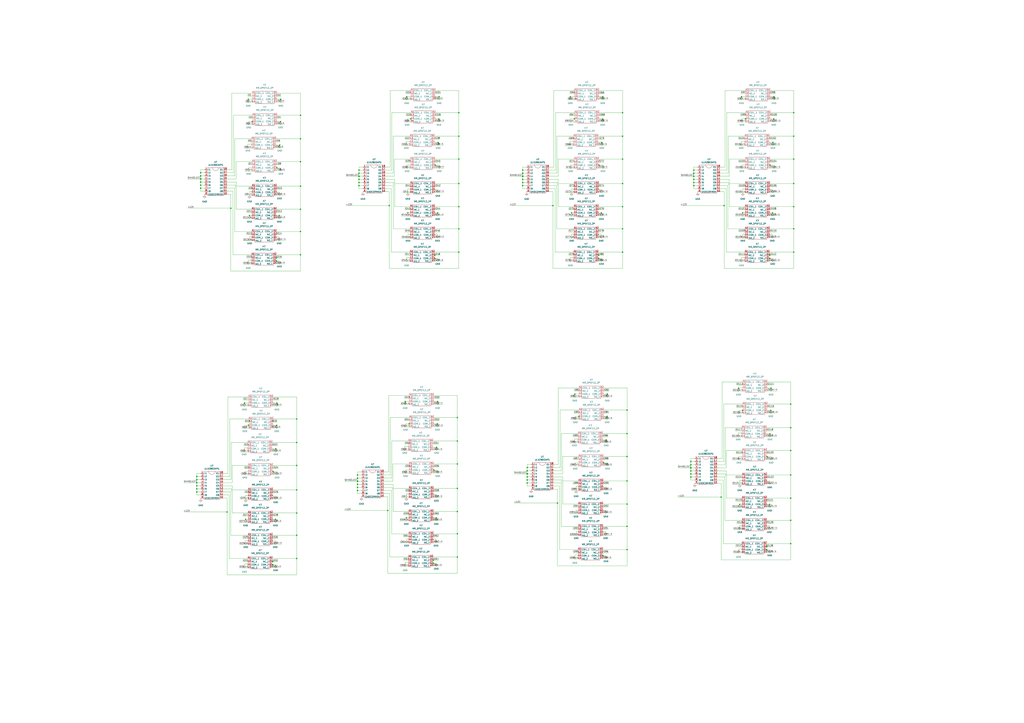
<source format=kicad_sch>
(kicad_sch (version 20211123) (generator eeschema)
  (paper "A1")
  (junction (at 651.8656 92.6084))
  (junction (at 376.8598 130.7338))
  (junction (at 375.6406 401.3962))
  (junction (at 514.985 414.2994))
  (junction (at 376.8598 207.2386))
  (junction (at 375.6406 457.8096))
  (junction (at 632.1552 212.3186))
  (junction (at 376.8598 92.6084))
  (junction (at 161.5948 401.7772))
  (junction (at 514.985 356.3874))
  (junction (at 567.4106 379.3744))
  (junction (at 358.267 425.5516))
  (junction (at 634.7968 117.0686))
  (junction (at 375.6406 381.3048))
  (junction (at 569.849 142.367))
  (junction (at 429.3108 144.9324))
  (junction (at 649.4272 332.1558))
  (junction (at 514.985 432.5112))
  (junction (at 429.26 147.447))
  (junction (at 569.8236 152.527))
  (junction (at 468.4014 79.4512))
  (junction (at 318.4906 419.5826))
  (junction (at 356.3366 386.3848))
  (junction (at 632.5616 135.8138))
  (junction (at 457.835 413.4612))
  (junction (at 649.4272 427.609))
  (junction (at 230.4034 99.9236))
  (junction (at 376.8598 188.0616))
  (junction (at 207.2386 99.8474))
  (junction (at 632.0536 414.528))
  (junction (at 224.3328 387.604))
  (junction (at 608.965 79.4512))
  (junction (at 592.2772 408.559))
  (junction (at 293.5986 398.018))
  (junction (at 333.9592 79.4512))
  (junction (at 609.9302 174.9806))
  (junction (at 227.076 214.4776))
  (junction (at 357.1494 209.7786))
  (junction (at 495.681 380.2634))
  (junction (at 633.222 318.9986))
  (junction (at 333.7052 425.5516))
  (junction (at 607.4918 414.528))
  (junction (at 246.7864 152.9842))
  (junction (at 567.4106 384.4544))
  (junction (at 494.919 97.7646))
  (junction (at 432.943 396.9766))
  (junction (at 494.2332 117.0686))
  (junction (at 630.1232 375.3612))
  (junction (at 375.6406 343.1794))
  (junction (at 651.8656 207.2386))
  (junction (at 632.3584 356.616))
  (junction (at 432.943 394.4366))
  (junction (at 495.0968 79.4512))
  (junction (at 511.302 188.0616))
  (junction (at 376.8598 169.8498))
  (junction (at 204.089 349.4786))
  (junction (at 332.74 330.0222))
  (junction (at 294.8432 139.827))
  (junction (at 226.568 368.8588))
  (junction (at 161.6456 396.7226))
  (junction (at 243.6368 459.0288))
  (junction (at 355.9302 460.3496))
  (junction (at 497.9162 361.5182))
  (junction (at 375.6406 420.4208))
  (junction (at 246.7864 190.2206))
  (junction (at 472.0844 323.9008))
  (junction (at 471.7542 97.6884))
  (junction (at 319.7098 169.0116))
  (junction (at 569.8236 149.987))
  (junction (at 469.3666 174.9806))
  (junction (at 161.5948 399.2372))
  (junction (at 454.152 169.0116))
  (junction (at 633.0442 337.312))
  (junction (at 201.7014 426.7708))
  (junction (at 432.9684 384.2766))
  (junction (at 498.7798 323.9008))
  (junction (at 243.6368 402.6154))
  (junction (at 634.492 174.9806))
  (junction (at 651.8656 150.8252))
  (junction (at 635.6604 79.4512))
  (junction (at 243.6368 382.524))
  (junction (at 164.7698 141.986))
  (junction (at 429.2854 144.907))
  (junction (at 246.7864 114.0968))
  (junction (at 594.7156 169.0116))
  (junction (at 606.5266 318.9986))
  (junction (at 651.8656 130.7338))
  (junction (at 632.1552 209.7786))
  (junction (at 229.7176 119.2276))
  (junction (at 293.5986 403.098))
  (junction (at 491.5916 212.3186))
  (junction (at 293.5986 400.558))
  (junction (at 294.8686 144.9324))
  (junction (at 360.4768 97.7646))
  (junction (at 293.624 395.478))
  (junction (at 514.985 451.6882))
  (junction (at 475.4372 342.138))
  (junction (at 495.2746 456.7682))
  (junction (at 336.0928 348.2594))
  (junction (at 227.4316 331.2414))
  (junction (at 223.9264 461.5688))
  (junction (at 649.4272 390.3726))
  (junction (at 432.9684 386.8166))
  (junction (at 334.9244 174.9806))
  (junction (at 429.2854 139.827))
  (junction (at 567.4106 381.9144))
  (junction (at 360.6546 79.4512))
  (junction (at 294.8178 149.987))
  (junction (at 227.2538 349.5548))
  (junction (at 164.7444 152.146))
  (junction (at 376.8598 111.9378))
  (junction (at 511.302 169.8498))
  (junction (at 567.3852 386.9944))
  (junction (at 432.943 391.8966))
  (junction (at 359.2576 348.3356))
  (junction (at 649.4272 370.2812))
  (junction (at 294.8432 144.907))
  (junction (at 226.2632 426.7708))
  (junction (at 293.6494 395.5034))
  (junction (at 246.7864 94.7674))
  (junction (at 511.302 130.7338))
  (junction (at 189.6364 171.1706))
  (junction (at 651.8656 111.9378))
  (junction (at 243.6368 344.3986))
  (junction (at 511.302 207.2386))
  (junction (at 569.8236 147.447))
  (junction (at 432.9684 389.4074))
  (junction (at 337.312 97.6884))
  (junction (at 429.2854 142.367))
  (junction (at 651.8656 169.8498))
  (junction (at 359.791 117.0686))
  (junction (at 649.4272 446.786))
  (junction (at 432.9684 389.4328))
  (junction (at 629.7168 449.326))
  (junction (at 357.5558 135.8138))
  (junction (at 243.6368 363.728))
  (junction (at 203.8858 81.6102))
  (junction (at 359.4354 330.0222))
  (junction (at 635.4826 97.7646))
  (junction (at 429.26 149.987))
  (junction (at 164.7698 147.066))
  (junction (at 511.302 92.6084))
  (junction (at 204.851 177.1396))
  (junction (at 246.7864 209.3976))
  (junction (at 229.4128 177.1396))
  (junction (at 243.6368 439.8518))
  (junction (at 243.6368 421.64))
  (junction (at 429.26 152.527))
  (junction (at 294.8432 142.367))
  (junction (at 567.436 384.4798))
  (junction (at 514.985 395.2748))
  (junction (at 569.849 139.827))
  (junction (at 651.8656 188.0616))
  (junction (at 200.7362 331.2414))
  (junction (at 649.4272 351.4852))
  (junction (at 567.3852 389.5344))
  (junction (at 293.624 390.398))
  (junction (at 164.7444 149.606))
  (junction (at 161.5948 404.3172))
  (junction (at 609.8794 337.2358))
  (junction (at 230.5812 81.6102))
  (junction (at 612.3178 97.6884))
  (junction (at 164.7698 144.526))
  (junction (at 227.4824 137.9728))
  (junction (at 246.7864 132.8928))
  (junction (at 514.985 375.1834))
  (junction (at 294.8178 147.447))
  (junction (at 246.7864 172.0088))
  (junction (at 227.076 211.9376))
  (junction (at 164.7952 147.0914))
  (junction (at 164.7444 154.686))
  (junction (at 498.602 342.2142))
  (junction (at 358.5718 367.6396))
  (junction (at 359.4862 174.9806))
  (junction (at 375.6406 438.6326))
  (junction (at 375.6406 362.5088))
  (junction (at 567.3852 392.0744))
  (junction (at 223.9264 464.1088))
  (junction (at 161.6202 394.1572))
  (junction (at 294.8178 152.527))
  (junction (at 293.624 392.938))
  (junction (at 491.5916 209.7786))
  (junction (at 511.302 150.8252))
  (junction (at 649.4272 409.3972))
  (junction (at 376.8598 150.8252))
  (junction (at 491.998 135.8138))
  (junction (at 514.985 337.058))
  (junction (at 511.302 111.9378))
  (junction (at 629.7168 451.866))
  (junction (at 186.4868 420.8018))
  (junction (at 161.6202 391.6172))
  (junction (at 493.9284 174.9806))
  (junction (at 357.1494 212.3186))
  (junction (at 355.9302 462.8896))
  (junction (at 569.849 144.9324))
  (wire (pts (xy 229.4128 177.1396) (xy 229.4128 177.0888)))
  (wire (pts (xy 592.2772 408.559) (xy 592.2772 460.0956)))
  (wire (pts (xy 227.4824 135.4328) (xy 230.9114 135.4328)))
  (wire (pts (xy 224.3328 382.524) (xy 243.6368 382.524)))
  (wire (pts (xy 500.1514 339.598) (xy 496.0112 339.598)))
  (wire (pts (xy 609.9302 174.9806) (xy 609.9302 174.9298)))
  (wire (pts (xy 629.7168 446.786) (xy 649.4272 446.786)))
  (wire (pts (xy 609.1428 446.786) (xy 593.979 446.786)))
  (wire (pts (xy 161.6202 394.1572) (xy 161.6456 396.7226)))
  (wire (pts (xy 458.5716 381.7366) (xy 458.5716 318.7954)))
  (wire (pts (xy 491.7694 172.3898) (xy 496.1636 172.3898)))
  (wire (pts (xy 496.0112 337.058) (xy 514.985 337.058)))
  (wire (pts (xy 201.8538 444.246) (xy 203.5302 444.246)))
  (wire (pts (xy 511.302 207.2386) (xy 511.302 188.0616)))
  (wire (pts (xy 316.3824 157.607) (xy 319.7098 157.607)))
  (wire (pts (xy 161.5948 401.7772) (xy 164.8714 401.7772)))
  (wire (pts (xy 567.4106 381.9144) (xy 567.4106 384.4544)))
  (wire (pts (xy 164.7444 152.146) (xy 168.021 152.146)))
  (wire (pts (xy 316.3824 152.527) (xy 322.834 152.527)))
  (wire (pts (xy 376.8598 188.0616) (xy 376.8598 169.8498)))
  (wire (pts (xy 336.9818 130.7338) (xy 323.9516 130.7338)))
  (wire (pts (xy 467.741 76.8858) (xy 471.6272 76.8858)))
  (wire (pts (xy 511.302 220.5482) (xy 511.302 207.2386)))
  (wire (pts (xy 357.1494 214.6046) (xy 364.0582 214.63)))
  (wire (pts (xy 459.5368 451.6882) (xy 459.5368 399.5166)))
  (wire (pts (xy 293.5986 403.098) (xy 293.5986 400.558)))
  (wire (pts (xy 246.7864 132.8928) (xy 246.7864 114.0968)))
  (wire (pts (xy 609.3206 432.0032) (xy 609.3206 432.689)))
  (wire (pts (xy 514.985 414.2994) (xy 514.985 395.2748)))
  (wire (pts (xy 332.7654 403.9362) (xy 335.6864 403.9362)))
  (wire (pts (xy 635.762 135.8646) (xy 632.5616 135.8646)))
  (wire (pts (xy 336.9056 155.2448) (xy 336.9056 155.9052)))
  (wire (pts (xy 475.3864 342.138) (xy 475.4372 342.138)))
  (wire (pts (xy 612.267 97.6884) (xy 612.3178 97.6884)))
  (wire (pts (xy 607.6442 432.6636) (xy 607.6442 432.0032)))
  (wire (pts (xy 632.333 190.6016) (xy 637.794 190.6016)))
  (wire (pts (xy 321.4116 207.2386) (xy 321.4116 155.067)))
  (wire (pts (xy 495.4524 421.6654) (xy 502.4374 421.6654)))
  (wire (pts (xy 224.663 349.4786) (xy 227.2538 349.4786)))
  (wire (pts (xy 493.9284 174.9806) (xy 493.9284 174.9298)))
  (wire (pts (xy 468.63 344.6526) (xy 475.4372 344.678)))
  (wire (pts (xy 491.9218 153.3652) (xy 496.2652 153.3652)))
  (wire (pts (xy 375.6406 420.4208) (xy 375.6406 401.3962)))
  (wire (pts (xy 429.26 147.447) (xy 432.5366 147.447)))
  (wire (pts (xy 475.107 375.1834) (xy 462.0768 375.1834)))
  (wire (pts (xy 634.2888 193.1924) (xy 634.2888 192.4812)))
  (wire (pts (xy 359.5624 212.3948) (xy 357.1494 212.3948)))
  (wire (pts (xy 246.7864 172.0088) (xy 246.7864 152.9842)))
  (wire (pts (xy 293.624 392.938) (xy 296.8752 392.938)))
  (wire (pts (xy 495.681 382.5494) (xy 502.5136 382.524)))
  (wire (pts (xy 607.568 394.7922) (xy 609.473 394.7922)))
  (wire (pts (xy 200.7362 331.2414) (xy 200.7362 331.216)))
  (wire (pts (xy 357.3272 172.3898) (xy 361.7214 172.3898)))
  (wire (pts (xy 328.3966 465.4296) (xy 335.3562 465.4296)))
  (wire (pts (xy 194.0306 172.0088) (xy 194.0306 153.924)))
  (wire (pts (xy 632.1552 207.2386) (xy 651.8656 207.2386)))
  (wire (pts (xy 495.4524 435.0512) (xy 499.6434 435.0512)))
  (wire (pts (xy 201.5744 84.1248) (xy 207.1116 84.1248)))
  (wire (pts (xy 189.6364 222.7072) (xy 246.7864 222.7072)))
  (wire (pts (xy 638.2258 95.123) (xy 632.8918 95.1484)))
  (wire (pts (xy 357.886 97.6884) (xy 360.4768 97.6884)))
  (wire (pts (xy 334.9244 174.9298) (xy 336.7532 174.9298)))
  (wire (pts (xy 298.0944 155.067) (xy 294.8178 155.067)))
  (wire (pts (xy 315.1632 398.018) (xy 322.834 398.018)))
  (wire (pts (xy 204.0382 349.4786) (xy 204.089 349.4786)))
  (wire (pts (xy 332.4352 172.3898) (xy 336.7532 172.3898)))
  (wire (pts (xy 495.2238 356.3874) (xy 514.985 356.3874)))
  (wire (pts (xy 611.5304 111.9378) (xy 597.9922 111.9378)))
  (wire (pts (xy 200.4822 367.9952) (xy 203.3016 367.9952)))
  (wire (pts (xy 227.4824 138.0236) (xy 227.4824 137.9728)))
  (wire (pts (xy 630.4534 332.1558) (xy 649.4272 332.1558)))
  (wire (pts (xy 472.0844 323.9008) (xy 472.0844 323.8754)))
  (wire (pts (xy 491.7694 190.6016) (xy 495.9604 190.6016)))
  (wire (pts (xy 324.104 169.8498) (xy 324.104 151.765)))
  (wire (pts (xy 191.7446 94.7674) (xy 191.7446 141.986)))
  (wire (pts (xy 436.2196 402.0566) (xy 436.2196 402.59)))
  (wire (pts (xy 455.8538 155.067) (xy 450.8246 155.067)))
  (wire (pts (xy 632.1044 114.4778) (xy 637.5654 114.4778)))
  (wire (pts (xy 246.7864 114.0968) (xy 246.7864 94.7674)))
  (wire (pts (xy 467.3854 95.123) (xy 471.7542 95.1484)))
  (wire (pts (xy 359.537 386.4356) (xy 356.3366 386.4356)))
  (wire (pts (xy 227.4824 140.2588) (xy 233.8832 140.2588)))
  (wire (pts (xy 318.4906 471.1192) (xy 375.6406 471.1192)))
  (wire (pts (xy 632.1806 209.7786) (xy 632.1552 209.7786)))
  (wire (pts (xy 183.1594 404.3172) (xy 189.611 404.3172)))
  (wire (pts (xy 203.2254 79.0448) (xy 207.1116 79.0448)))
  (wire (pts (xy 164.7698 147.066) (xy 168.021 147.066)))
  (wire (pts (xy 569.8236 149.987) (xy 569.8236 147.447)))
  (wire (pts (xy 243.6368 344.3986) (xy 243.6368 326.136)))
  (wire (pts (xy 161.5948 406.8572) (xy 161.5948 404.3172)))
  (wire (pts (xy 200.3552 121.7168) (xy 206.4512 121.7168)))
  (wire (pts (xy 599.1098 169.8498) (xy 599.1098 151.765)))
  (wire (pts (xy 356.6668 343.1794) (xy 375.6406 343.1794)))
  (wire (pts (xy 495.8842 326.1614) (xy 502.793 326.2376)))
  (wire (pts (xy 199.1106 442.3918) (xy 203.5302 442.3918)))
  (wire (pts (xy 454.5076 402.0566) (xy 457.835 402.0566)))
  (wire (pts (xy 358.2416 76.8858) (xy 357.759 76.8858)))
  (wire (pts (xy 164.7698 147.066) (xy 164.7952 147.0914)))
  (wire (pts (xy 199.2122 461.5688) (xy 203.3524 461.5688)))
  (wire (pts (xy 161.5948 399.2372) (xy 164.8714 399.2372)))
  (wire (pts (xy 601.1926 417.068) (xy 609.3206 417.0172)))
  (wire (pts (xy 632.4854 150.8252) (xy 651.8656 150.8252)))
  (wire (pts (xy 227.4062 158.0642) (xy 229.5398 158.0642)))
  (wire (pts (xy 330.3524 81.9658) (xy 337.185 81.9658)))
  (wire (pts (xy 432.943 399.5166) (xy 432.943 396.9766)))
  (wire (pts (xy 333.9846 212.471) (xy 333.9846 211.7344)))
  (wire (pts (xy 323.342 151.765) (xy 324.104 151.765)))
  (wire (pts (xy 293.624 390.398) (xy 296.8752 390.398)))
  (wire (pts (xy 603.9612 138.4046) (xy 611.9876 138.3538)))
  (wire (pts (xy 569.8236 147.447) (xy 573.1002 147.447)))
  (wire (pts (xy 357.3272 195.4276) (xy 364.6932 195.4276)))
  (wire (pts (xy 470.9668 111.9378) (xy 457.4286 111.9378)))
  (wire (pts (xy 456.2602 92.6084) (xy 456.2602 139.827)))
  (wire (pts (xy 594.7156 220.5482) (xy 651.8656 220.5482)))
  (wire (pts (xy 207.2386 94.7674) (xy 191.7446 94.7674)))
  (wire (pts (xy 356.108 438.6326) (xy 375.6406 438.6326)))
  (wire (pts (xy 471.1954 192.4558) (xy 471.1954 193.1416)))
  (wire (pts (xy 514.985 464.9978) (xy 514.985 451.6882)))
  (wire (pts (xy 355.9302 457.8096) (xy 375.6406 457.8096)))
  (wire (pts (xy 470.9668 116.205) (xy 470.9668 117.0178)))
  (wire (pts (xy 188.1886 406.8572) (xy 183.1594 406.8572)))
  (wire (pts (xy 227.1014 211.9376) (xy 227.076 211.9376)))
  (wire (pts (xy 632.4854 158.1912) (xy 640.7658 158.1912)))
  (wire (pts (xy 243.6368 382.524) (xy 243.6368 363.728)))
  (wire (pts (xy 606.5266 318.9732) (xy 609.7524 318.9732)))
  (wire (pts (xy 474.8784 436.9054) (xy 474.8784 437.5912)))
  (wire (pts (xy 467.5886 421.9194) (xy 474.8784 421.9194)))
  (wire (pts (xy 361.0102 345.694) (xy 356.6668 345.7194)))
  (wire (pts (xy 246.7864 222.7072) (xy 246.7864 209.3976)))
  (wire (pts (xy 498.602 342.138) (xy 498.602 342.2142)))
  (wire (pts (xy 567.4106 386.4864) (xy 567.4106 384.4544)))
  (wire (pts (xy 376.8598 130.7338) (xy 376.8598 111.9378)))
  (wire (pts (xy 458.4954 150.8252) (xy 458.4954 147.447)))
  (wire (pts (xy 468.7824 97.7392) (xy 471.7034 97.6884)))
  (wire (pts (xy 608.0506 95.1484) (xy 612.3178 95.1484)))
  (wire (pts (xy 361.0356 327.4314) (xy 357.0224 327.4568)))
  (wire (pts (xy 468.7316 135.8138) (xy 471.424 135.8138)))
  (wire (pts (xy 495.2746 454.2282) (xy 499.6942 454.279)))
  (wire (pts (xy 429.2854 146.939) (xy 429.2854 144.907)))
  (wire (pts (xy 203.5302 421.64) (xy 190.881 421.64)))
  (wire (pts (xy 356.108 441.1726) (xy 360.299 441.1726)))
  (wire (pts (xy 357.886 92.6084) (xy 376.8598 92.6084)))
  (wire (pts (xy 246.7864 76.5048) (xy 227.6856 76.5048)))
  (wire (pts (xy 497.9162 361.4674) (xy 495.2238 361.4674)))
  (wire (pts (xy 606.5266 318.9986) (xy 606.5266 318.9732)))
  (wire (pts (xy 633.0442 337.2358) (xy 633.0442 337.312)))
  (wire (pts (xy 596.6714 409.3972) (xy 596.6714 391.3124)))
  (wire (pts (xy 609.3206 427.609) (xy 595.4014 427.609)))
  (wire (pts (xy 224.2566 407.6954) (xy 226.3902 407.6954)))
  (wire (pts (xy 630.3264 318.9732) (xy 633.222 318.9732)))
  (wire (pts (xy 332.6384 133.223) (xy 336.9818 133.2738)))
  (wire (pts (xy 294.8432 137.3124) (xy 294.8432 139.827)))
  (wire (pts (xy 226.2632 426.7708) (xy 226.2632 426.72)))
  (wire (pts (xy 633.2474 76.8858) (xy 632.7648 76.8858)))
  (wire (pts (xy 227.0252 114.0968) (xy 246.7864 114.0968)))
  (wire (pts (xy 432.5366 157.607) (xy 432.5366 158.1404)))
  (wire (pts (xy 358.0638 443.7634) (xy 358.0638 443.0522)))
  (wire (pts (xy 201.7776 410.1338) (xy 201.7776 407.035)))
  (wire (pts (xy 229.7176 119.1768) (xy 227.0252 119.1768)))
  (wire (pts (xy 357.4796 158.1912) (xy 364.5662 158.1912)))
  (wire (pts (xy 632.8918 99.9744) (xy 641.0706 99.9998)))
  (wire (pts (xy 192.913 114.0968) (xy 192.913 144.526)))
  (wire (pts (xy 432.943 391.8966) (xy 436.2196 391.8966)))
  (wire (pts (xy 183.1594 409.3972) (xy 186.4868 409.3972)))
  (wire (pts (xy 224.663 344.3986) (xy 243.6368 344.3986)))
  (wire (pts (xy 224.3328 385.064) (xy 228.727 385.1402)))
  (wire (pts (xy 629.7422 449.326) (xy 629.7168 449.326)))
  (wire (pts (xy 356.108 422.9608) (xy 360.5022 422.9608)))
  (wire (pts (xy 332.5622 383.8448) (xy 335.7626 383.8448)))
  (wire (pts (xy 492.3282 97.6884) (xy 494.919 97.6884)))
  (wire (pts (xy 608.711 116.205) (xy 611.5304 116.205)))
  (wire (pts (xy 243.6368 326.136) (xy 224.536 326.136)))
  (wire (pts (xy 649.4272 446.786) (xy 649.4272 427.609)))
  (wire (pts (xy 492.6838 76.8858) (xy 492.2012 76.8858)))
  (wire (pts (xy 632.8918 92.6084) (xy 651.8656 92.6084)))
  (wire (pts (xy 632.1044 111.9378) (xy 651.8656 111.9378)))
  (wire (pts (xy 190.119 401.7772) (xy 190.119 403.5552)))
  (wire (pts (xy 164.7698 141.986) (xy 168.021 141.986)))
  (wire (pts (xy 335.3054 362.5088) (xy 321.7672 362.5088)))
  (wire (pts (xy 470.5604 416.8394) (xy 474.8784 416.8394)))
  (wire (pts (xy 335.3562 462.3054) (xy 335.3562 462.8896)))
  (wire (pts (xy 491.9218 150.8252) (xy 511.302 150.8252)))
  (wire (pts (xy 333.7052 116.205) (xy 336.5246 116.205)))
  (wire (pts (xy 330.0984 138.3284) (xy 336.9818 138.3538)))
  (wire (pts (xy 230.7336 79.0956) (xy 228.1682 79.0448)))
  (wire (pts (xy 595.4522 137.287) (xy 595.4522 74.3458)))
  (wire (pts (xy 282.8544 419.5826) (xy 318.4906 419.5826)))
  (wire (pts (xy 189.6364 159.766) (xy 189.6364 171.1706)))
  (wire (pts (xy 595.4522 74.3458) (xy 612.1908 74.3458)))
  (wire (pts (xy 331.216 422.9608) (xy 335.534 422.9608)))
  (wire (pts (xy 596.519 384.4544) (xy 588.9498 384.4544)))
  (wire (pts (xy 224.536 331.216) (xy 227.4316 331.216)))
  (wire (pts (xy 199.5424 217.0176) (xy 206.502 217.0176)))
  (wire (pts (xy 355.9302 465.1756) (xy 362.839 465.201)))
  (wire (pts (xy 335.6864 405.8158) (xy 335.6864 406.4762)))
  (wire (pts (xy 332.486 366.776) (xy 332.486 367.665)))
  (wire (pts (xy 432.943 396.9766) (xy 436.2196 396.9766)))
  (wire (pts (xy 355.8794 369.8748) (xy 363.2962 369.8748)))
  (wire (pts (xy 227.2538 349.4786) (xy 227.2538 349.5548)))
  (wire (pts (xy 494.919 97.6884) (xy 494.919 97.7646)))
  (wire (pts (xy 422.1988 413.4612) (xy 457.835 413.4612)))
  (wire (pts (xy 454.5076 381.7366) (xy 458.5716 381.7366)))
  (wire (pts (xy 567.3852 386.9944) (xy 570.6618 386.9944)))
  (wire (pts (xy 224.1042 421.64) (xy 243.6368 421.64)))
  (wire (pts (xy 315.1632 387.858) (xy 319.2272 387.858)))
  (wire (pts (xy 593.0138 313.8932) (xy 609.7524 313.8932)))
  (wire (pts (xy 458.3938 144.907) (xy 450.8246 144.907)))
  (wire (pts (xy 321.6148 403.098) (xy 321.6148 438.6326)))
  (wire (pts (xy 471.7034 97.6884) (xy 471.7542 97.6884)))
  (wire (pts (xy 323.9516 144.907) (xy 316.3824 144.907)))
  (wire (pts (xy 243.6368 421.64) (xy 243.6368 402.6154)))
  (wire (pts (xy 629.8946 411.9372) (xy 635.127 411.9626)))
  (wire (pts (xy 466.09 81.9658) (xy 471.6272 81.9658)))
  (wire (pts (xy 472.1098 456.184) (xy 474.7006 456.184)))
  (wire (pts (xy 601.3704 397.9926) (xy 609.473 397.9926)))
  (wire (pts (xy 203.3016 363.728) (xy 189.7634 363.728)))
  (wire (pts (xy 466.852 114.5286) (xy 470.9668 114.4778)))
  (wire (pts (xy 333.121 348.3102) (xy 336.042 348.2594)))
  (wire (pts (xy 588.9498 397.1544) (xy 592.2772 397.1544)))
  (wire (pts (xy 294.8178 149.987) (xy 298.0944 149.987)))
  (wire (pts (xy 497.9162 361.5182) (xy 497.9162 361.4674)))
  (wire (pts (xy 603.3516 214.8332) (xy 611.5812 214.8586)))
  (wire (pts (xy 604.901 430.149) (xy 609.3206 430.149)))
  (wire (pts (xy 569.849 142.367) (xy 573.1002 142.367)))
  (wire (pts (xy 457.4286 111.9378) (xy 457.4286 142.367)))
  (wire (pts (xy 200.5584 385.064) (xy 203.7588 385.064)))
  (wire (pts (xy 457.7842 149.987) (xy 457.7842 151.765)))
  (wire (pts (xy 164.8714 406.8572) (xy 161.5948 406.8572)))
  (wire (pts (xy 514.985 356.3874) (xy 514.985 337.058)))
  (wire (pts (xy 359.283 192.4812) (xy 357.3272 192.4812)))
  (wire (pts (xy 376.8598 207.2386) (xy 376.8598 188.0616)))
  (wire (pts (xy 329.8952 388.9248) (xy 335.7626 388.9248)))
  (wire (pts (xy 591.3882 137.287) (xy 595.4522 137.287)))
  (wire (pts (xy 495.4524 416.8394) (xy 499.8466 416.8394)))
  (wire (pts (xy 332.486 366.776) (xy 335.3054 366.776)))
  (wire (pts (xy 246.7864 152.9842) (xy 246.7864 132.8928)))
  (wire (pts (xy 329.0316 332.5622) (xy 335.9658 332.5368)))
  (wire (pts (xy 461.4672 394.4366) (xy 461.4672 396.2146)))
  (wire (pts (xy 629.8946 434.975) (xy 638.2004 434.9242)))
  (wire (pts (xy 360.6546 79.4258) (xy 360.6546 79.4512)))
  (wire (pts (xy 226.06 444.2714) (xy 224.1042 444.2714)))
  (wire (pts (xy 207.1878 99.8474) (xy 207.2386 99.8474)))
  (wire (pts (xy 603.9104 392.9126) (xy 609.473 392.9126)))
  (wire (pts (xy 201.7776 407.035) (xy 203.6826 407.035)))
  (wire (pts (xy 612.3178 92.6084) (xy 596.8238 92.6084)))
  (wire (pts (xy 632.5616 135.8646) (xy 632.5616 135.8138)))
  (wire (pts (xy 602.2848 435.229) (xy 609.3206 435.229)))
  (wire (pts (xy 457.835 413.4612) (xy 457.835 464.9978)))
  (wire (pts (xy 468.4014 79.4258) (xy 471.6272 79.4258)))
  (wire (pts (xy 597.8398 152.527) (xy 597.8398 188.0616)))
  (wire (pts (xy 632.0536 414.4772) (xy 629.8946 414.4772)))
  (wire (pts (xy 328.2442 428.0408) (xy 335.534 428.0408)))
  (wire (pts (xy 355.8794 362.5088) (xy 375.6406 362.5088)))
  (wire (pts (xy 429.2854 144.907) (xy 432.5366 144.907)))
  (wire (pts (xy 468.4014 79.4512) (xy 468.4014 79.4258)))
  (wire (pts (xy 468.1474 116.205) (xy 468.1474 117.094)))
  (wire (pts (xy 458.3938 130.7338) (xy 458.3938 144.907)))
  (wire (pts (xy 189.7634 363.728) (xy 189.7634 394.1572)))
  (wire (pts (xy 359.4354 329.9968) (xy 359.4354 330.0222)))
  (wire (pts (xy 320.4464 137.287) (xy 320.4464 74.3458)))
  (wire (pts (xy 567.4106 379.3744) (xy 567.4106 381.9144)))
  (wire (pts (xy 474.6498 356.3874) (xy 461.1116 356.3874)))
  (wire (pts (xy 632.1298 451.9422) (xy 629.7168 451.9422)))
  (wire (pts (xy 329.4634 177.4698) (xy 336.7532 177.4698)))
  (wire (pts (xy 193.9798 152.9842) (xy 193.9798 149.606)))
  (wire (pts (xy 651.8656 92.6084) (xy 651.8656 74.3458)))
  (wire (pts (xy 375.6406 343.1794) (xy 375.6406 324.9168)))
  (wire (pts (xy 514.985 451.6882) (xy 514.985 432.5112)))
  (wire (pts (xy 243.6368 459.0288) (xy 243.6368 439.8518)))
  (wire (pts (xy 164.7698 144.526) (xy 164.7698 147.066)))
  (wire (pts (xy 200.4822 367.9952) (xy 200.4822 368.8842)))
  (wire (pts (xy 190.7286 396.6972) (xy 183.1594 396.6972)))
  (wire (pts (xy 293.624 397.51) (xy 293.624 395.478)))
  (wire (pts (xy 294.8432 142.367) (xy 294.8432 144.907)))
  (wire (pts (xy 333.9592 79.4512) (xy 333.9592 79.4258)))
  (wire (pts (xy 567.4106 381.9144) (xy 570.6618 381.9144)))
  (wire (pts (xy 468.4268 211.7344) (xy 471.0176 211.7344)))
  (wire (pts (xy 189.6364 171.1706) (xy 189.6364 222.7072)))
  (wire (pts (xy 294.8432 139.827) (xy 298.0944 139.827)))
  (wire (pts (xy 459.5368 399.5166) (xy 454.5076 399.5166)))
  (wire (pts (xy 376.8598 92.6084) (xy 376.8598 74.3458)))
  (wire (pts (xy 632.1044 119.3038) (xy 640.461 119.3038)))
  (wire (pts (xy 432.5366 155.067) (xy 429.26 155.067)))
  (wire (pts (xy 226.2632 426.72) (xy 224.1042 426.72)))
  (wire (pts (xy 630.1232 375.412) (xy 630.1232 375.3612)))
  (wire (pts (xy 190.8302 402.6154) (xy 190.8302 399.2372)))
  (wire (pts (xy 610.0826 193.1162) (xy 610.0826 192.4558)))
  (wire (pts (xy 154.0002 171.1706) (xy 189.6364 171.1706)))
  (wire (pts (xy 432.943 394.4366) (xy 436.2196 394.4366)))
  (wire (pts (xy 189.611 404.3172) (xy 189.611 439.8518)))
  (wire (pts (xy 595.9094 389.5344) (xy 595.9094 391.3124)))
  (wire (pts (xy 332.7654 462.3054) (xy 335.3562 462.3054)))
  (wire (pts (xy 495.2746 456.8444) (xy 495.2746 456.7682)))
  (wire (pts (xy 337.2612 97.6884) (xy 337.312 97.6884)))
  (wire (pts (xy 468.2744 326.4916) (xy 475.3102 326.4154)))
  (wire (pts (xy 468.4268 212.471) (xy 468.4268 211.7344)))
  (wire (pts (xy 474.6498 360.6546) (xy 474.6498 361.4674)))
  (wire (pts (xy 357.5558 133.2738) (xy 361.7722 133.2738)))
  (wire (pts (xy 294.8432 146.939) (xy 294.8178 147.447)))
  (wire (pts (xy 322.834 401.3962) (xy 322.834 398.018)))
  (wire (pts (xy 335.0768 193.1162) (xy 335.0768 192.4558)))
  (wire (pts (xy 467.8426 440.1312) (xy 474.8784 440.1312)))
  (wire (pts (xy 651.8656 220.5482) (xy 651.8656 207.2386)))
  (wire (pts (xy 591.3882 157.607) (xy 594.7156 157.607)))
  (wire (pts (xy 467.2838 153.3906) (xy 471.3478 153.3652)))
  (wire (pts (xy 204.089 344.3986) (xy 188.595 344.3986)))
  (wire (pts (xy 335.6864 401.3962) (xy 322.834 401.3962)))
  (wire (pts (xy 202.3618 174.5488) (xy 206.6798 174.5488)))
  (wire (pts (xy 298.0944 137.287) (xy 294.8432 137.3124)))
  (wire (pts (xy 559.1556 144.9324) (xy 569.849 144.9324)))
  (wire (pts (xy 204.9272 157.4038) (xy 206.8322 157.4038)))
  (wire (pts (xy 293.624 395.478) (xy 293.6494 395.5034)))
  (wire (pts (xy 495.681 380.3142) (xy 495.681 380.2634)))
  (wire (pts (xy 227.076 209.3976) (xy 246.7864 209.3976)))
  (wire (pts (xy 359.2576 348.2594) (xy 359.2576 348.3356)))
  (wire (pts (xy 203.9112 214.63) (xy 203.9112 213.8934)))
  (wire (pts (xy 203.3016 367.9952) (xy 203.3016 368.808)))
  (wire (pts (xy 318.4906 408.178) (xy 318.4906 419.5826)))
  (wire (pts (xy 450.8246 147.447) (xy 458.4954 147.447)))
  (wire (pts (xy 630.1232 377.6472) (xy 638.2258 377.6218)))
  (wire (pts (xy 356.5398 329.9968) (xy 359.4354 329.9968)))
  (wire (pts (xy 593.0138 376.8344) (xy 593.0138 313.8932)))
  (wire (pts (xy 161.6202 389.1026) (xy 161.6202 391.6172)))
  (wire (pts (xy 224.3328 387.6548) (xy 224.3328 387.604)))
  (wire (pts (xy 376.8598 169.8498) (xy 376.8598 150.8252)))
  (wire (pts (xy 356.6668 348.2594) (xy 359.2576 348.2594)))
  (wire (pts (xy 491.998 130.7338) (xy 511.302 130.7338)))
  (wire (pts (xy 196.4944 447.4718) (xy 203.5302 447.4718)))
  (wire (pts (xy 573.1002 137.287) (xy 569.849 137.3124)))
  (wire (pts (xy 454.5076 396.9766) (xy 460.9592 396.9766)))
  (wire (pts (xy 227.2538 192.7606) (xy 231.4448 192.7606)))
  (wire (pts (xy 495.0968 79.4258) (xy 495.0968 79.4512)))
  (wire (pts (xy 294.8432 146.939) (xy 294.8432 144.907)))
  (wire (pts (xy 201.676 102.3874) (xy 207.2386 102.3874)))
  (wire (pts (xy 649.4272 409.3972) (xy 649.4272 390.3726)))
  (wire (pts (xy 193.8782 132.8928) (xy 193.8782 147.066)))
  (wire (pts (xy 629.8946 416.7632) (xy 638.0226 416.7378)))
  (wire (pts (xy 610.0064 155.2448) (xy 611.9114 155.2448)))
  (wire (pts (xy 333.8576 443.6872) (xy 333.8576 443.0268)))
  (wire (pts (xy 463.9056 177.4698) (xy 471.1954 177.4698)))
  (wire (pts (xy 203.6826 407.035) (xy 203.6826 407.6954)))
  (wire (pts (xy 206.8322 157.4038) (xy 206.8322 158.0642)))
  (wire (pts (xy 450.8246 149.987) (xy 457.7842 149.987)))
  (wire (pts (xy 471.7542 92.6084) (xy 456.2602 92.6084)))
  (wire (pts (xy 454.152 220.5482) (xy 511.302 220.5482)))
  (wire (pts (xy 569.849 146.939) (xy 569.8236 147.447)))
  (wire (pts (xy 357.3272 177.2158) (xy 364.3122 177.2158)))
  (wire (pts (xy 492.2012 81.7118) (xy 499.4402 81.6864)))
  (wire (pts (xy 602.1832 454.406) (xy 609.1428 454.406)))
  (wire (pts (xy 204.9272 160.5026) (xy 204.9272 157.4038)))
  (wire (pts (xy 375.6406 438.6326) (xy 375.6406 420.4208)))
  (wire (pts (xy 588.9498 389.5344) (xy 595.9094 389.5344)))
  (wire (pts (xy 570.6618 397.1544) (xy 570.6618 397.6878)))
  (wire (pts (xy 203.9112 213.8934) (xy 206.502 213.8934)))
  (wire (pts (xy 203.7588 382.524) (xy 190.7286 382.524)))
  (wire (pts (xy 491.7694 169.8498) (xy 511.302 169.8498)))
  (wire (pts (xy 569.849 137.3124) (xy 569.849 139.827)))
  (wire (pts (xy 603.7326 354.0506) (xy 609.092 354.0252)))
  (wire (pts (xy 200.787 160.6042) (xy 206.8322 160.6042)))
  (wire (pts (xy 468.1474 116.205) (xy 470.9668 116.205)))
  (wire (pts (xy 223.9518 461.5688) (xy 223.9264 461.5688)))
  (wire (pts (xy 168.021 159.766) (xy 168.021 160.2994)))
  (wire (pts (xy 607.4918 414.4772) (xy 609.3206 414.4772)))
  (wire (pts (xy 294.8178 155.067) (xy 294.8178 152.527)))
  (wire (pts (xy 333.0702 386.3848) (xy 335.7626 386.3848)))
  (wire (pts (xy 649.4272 370.2812) (xy 649.4272 351.4852)))
  (wire (pts (xy 495.6048 395.2748) (xy 514.985 395.2748)))
  (wire (pts (xy 608.9904 212.471) (xy 608.9904 211.7344)))
  (wire (pts (xy 567.3852 392.0744) (xy 570.6618 392.0744)))
  (wire (pts (xy 355.8794 365.0488) (xy 360.3752 365.0234)))
  (wire (pts (xy 296.8752 387.858) (xy 293.624 387.8834)))
  (wire (pts (xy 357.1494 207.2386) (xy 376.8598 207.2386)))
  (wire (pts (xy 460.9592 396.9766) (xy 460.9592 432.5112)))
  (wire (pts (xy 321.4116 155.067) (xy 316.3824 155.067)))
  (wire (pts (xy 609.9302 174.9298) (xy 611.759 174.9298)))
  (wire (pts (xy 609.8286 337.2358) (xy 609.8794 337.2358)))
  (wire (pts (xy 569.849 144.9324) (xy 573.1002 144.907)))
  (wire (pts (xy 454.152 157.607) (xy 454.152 169.0116)))
  (wire (pts (xy 332.9686 76.9112) (xy 337.185 76.8858)))
  (wire (pts (xy 227.2538 194.6402) (xy 227.2538 195.3006)))
  (wire (pts (xy 491.5408 111.9378) (xy 511.302 111.9378)))
  (wire (pts (xy 293.5986 403.098) (xy 296.8752 403.098)))
  (wire (pts (xy 636.8288 76.9112) (xy 633.2474 76.8858)))
  (wire (pts (xy 634.492 174.9806) (xy 634.492 174.9298)))
  (wire (pts (xy 596.519 370.2812) (xy 596.519 384.4544)))
  (wire (pts (xy 567.3852 389.5344) (xy 570.6618 389.5344)))
  (wire (pts (xy 204.851 177.1396) (xy 204.851 177.0888)))
  (wire (pts (xy 190.373 139.446) (xy 190.373 76.5048)))
  (wire (pts (xy 570.6618 376.8344) (xy 567.4106 376.8598)))
  (wire (pts (xy 336.042 348.2594) (xy 336.0928 348.2594)))
  (wire (pts (xy 322.834 152.527) (xy 322.834 188.0616)))
  (wire (pts (xy 491.7694 188.0616) (xy 511.302 188.0616)))
  (wire (pts (xy 497.6876 456.8444) (xy 495.2746 456.8444)))
  (wire (pts (xy 432.9684 386.8166) (xy 436.2196 386.8166)))
  (wire (pts (xy 595.9094 391.3124) (xy 596.6714 391.3124)))
  (wire (pts (xy 610.0826 192.4558) (xy 611.759 192.4558)))
  (wire (pts (xy 203.6318 118.364) (xy 203.6318 119.253)))
  (wire (pts (xy 320.1924 405.638) (xy 315.1632 405.638)))
  (wire (pts (xy 197.0278 410.1592) (xy 203.6826 410.2354)))
  (wire (pts (xy 608.965 79.4512) (xy 608.965 79.4258)))
  (wire (pts (xy 473.1258 402.7932) (xy 473.1258 399.6944)))
  (wire (pts (xy 294.8178 149.987) (xy 294.8178 147.447)))
  (wire (pts (xy 333.7052 116.205) (xy 333.7052 117.094)))
  (wire (pts (xy 418.5158 169.0116) (xy 454.152 169.0116)))
  (wire (pts (xy 223.9264 466.3948) (xy 230.8352 466.4202)))
  (wire (pts (xy 569.8236 152.527) (xy 573.1002 152.527)))
  (wire (pts (xy 357.3272 169.8498) (xy 376.8598 169.8498)))
  (wire (pts (xy 511.302 92.6084) (xy 511.302 74.3458)))
  (wire (pts (xy 356.2604 406.4762) (xy 358.394 406.4762)))
  (wire (pts (xy 336.5246 116.205) (xy 336.5246 117.0178)))
  (wire (pts (xy 611.9876 130.7338) (xy 598.9574 130.7338)))
  (wire (pts (xy 227.4062 155.5242) (xy 231.7496 155.5242)))
  (wire (pts (xy 491.5916 214.6046) (xy 498.5004 214.63)))
  (wire (pts (xy 358.3432 462.9658) (xy 355.9302 462.9658)))
  (wire (pts (xy 493.7252 192.4812) (xy 491.7694 192.4812)))
  (wire (pts (xy 432.9684 389.4328) (xy 432.9684 389.4074)))
  (wire (pts (xy 228.1682 79.0448) (xy 227.6856 79.0448)))
  (wire (pts (xy 598.9574 130.7338) (xy 598.9574 144.907)))
  (wire (pts (xy 593.979 446.786) (xy 593.979 394.6144)))
  (wire (pts (xy 630.3264 321.2592) (xy 638.4798 321.183)))
  (wire (pts (xy 629.7168 451.9422) (xy 629.7168 451.866)))
  (wire (pts (xy 187.2234 326.136) (xy 203.962 326.136)))
  (wire (pts (xy 497.4082 436.9308) (xy 495.4524 436.9308)))
  (wire (pts (xy 227.2538 174.5488) (xy 231.648 174.5488)))
  (wire (pts (xy 491.617 209.7786) (xy 491.5916 209.7786)))
  (wire (pts (xy 608.711 116.205) (xy 608.711 117.094)))
  (wire (pts (xy 651.8656 74.3458) (xy 632.7648 74.3458)))
  (wire (pts (xy 569.849 139.827) (xy 569.849 142.367)))
  (wire (pts (xy 632.333 188.0616) (xy 651.8656 188.0616)))
  (wire (pts (xy 596.8238 92.6084) (xy 596.8238 139.827)))
  (wire (pts (xy 203.6318 118.364) (xy 206.4512 118.364)))
  (wire (pts (xy 470.3572 358.8766) (xy 474.6498 358.9274)))
  (wire (pts (xy 335.534 443.0268) (xy 335.534 443.7126)))
  (wire (pts (xy 224.1042 442.3918) (xy 228.2952 442.3918)))
  (wire (pts (xy 201.7014 426.7708) (xy 201.7014 426.72)))
  (wire (pts (xy 188.595 391.6172) (xy 183.1594 391.6172)))
  (wire (pts (xy 358.267 425.5516) (xy 358.267 425.5008)))
  (wire (pts (xy 164.7698 144.526) (xy 168.021 144.526)))
  (wire (pts (xy 429.2854 146.939) (xy 429.26 147.447)))
  (wire (pts (xy 186.309 152.146) (xy 193.2686 152.146)))
  (wire (pts (xy 333.7052 425.5516) (xy 333.7052 425.5008)))
  (wire (pts (xy 356.3366 381.3048) (xy 375.6406 381.3048)))
  (wire (pts (xy 227.0252 116.6368) (xy 230.2256 116.6114)))
  (wire (pts (xy 606.2218 114.4778) (xy 611.5304 114.4778)))
  (wire (pts (xy 206.502 213.8934) (xy 206.502 214.4776)))
  (wire (pts (xy 161.5948 401.7772) (xy 161.5948 399.2372)))
  (wire (pts (xy 606.3234 172.3898) (xy 611.759 172.3898)))
  (wire (pts (xy 491.998 138.0998) (xy 498.9322 138.0998)))
  (wire (pts (xy 473.1258 399.6944) (xy 475.0308 399.6944)))
  (wire (pts (xy 649.4272 427.609) (xy 649.4272 409.3972)))
  (wire (pts (xy 491.617 209.7786) (xy 496.0366 209.8294)))
  (wire (pts (xy 358.5718 367.6396) (xy 358.5718 367.5888)))
  (wire (pts (xy 649.4272 351.4852) (xy 649.4272 332.1558)))
  (wire (pts (xy 473.0496 419.4302) (xy 473.0496 419.3794)))
  (wire (pts (xy 556.641 408.559) (xy 592.2772 408.559)))
  (wire (pts (xy 494.2332 117.0178) (xy 491.5408 117.0178)))
  (wire (pts (xy 227.4824 132.8928) (xy 246.7864 132.8928)))
  (wire (pts (xy 204.0382 97.3074) (xy 207.2386 97.3074)))
  (wire (pts (xy 591.3882 149.987) (xy 598.3478 149.987)))
  (wire (pts (xy 470.4588 435.0512) (xy 474.8784 435.0512)))
  (wire (pts (xy 634.492 174.9298) (xy 632.333 174.9298)))
  (wire (pts (xy 358.0638 443.0522) (xy 356.108 443.0522)))
  (wire (pts (xy 496.4176 77.0382) (xy 492.6838 76.8858)))
  (wire (pts (xy 335.534 438.6326) (xy 321.6148 438.6326)))
  (wire (pts (xy 649.4272 460.0956) (xy 649.4272 446.786)))
  (wire (pts (xy 591.3882 147.447) (xy 599.059 147.447)))
  (wire (pts (xy 464.3628 158.4452) (xy 471.3478 158.4452)))
  (wire (pts (xy 569.8236 152.527) (xy 569.8236 149.987)))
  (wire (pts (xy 161.6202 391.6172) (xy 164.8714 391.6172)))
  (wire (pts (xy 203.9112 155.5242) (xy 206.8322 155.5242)))
  (wire (pts (xy 201.1172 349.5294) (xy 204.0382 349.4786)))
  (wire (pts (xy 227.4062 160.3502) (xy 234.4928 160.3502)))
  (wire (pts (xy 206.502 209.3976) (xy 191.3382 209.3976)))
  (wire (pts (xy 226.568 368.808) (xy 223.8756 368.808)))
  (wire (pts (xy 605.4344 100.2792) (xy 612.3178 100.2284)))
  (wire (pts (xy 224.536 328.676) (xy 228.8794 328.676)))
  (wire (pts (xy 356.3366 388.6708) (xy 363.1946 388.62)))
  (wire (pts (xy 375.6406 362.5088) (xy 375.6406 343.1794)))
  (wire (pts (xy 322.7324 395.478) (xy 315.1632 395.478)))
  (wire (pts (xy 651.8656 188.0616) (xy 651.8656 169.8498)))
  (wire (pts (xy 322.8848 420.4208) (xy 322.8848 402.336)))
  (wire (pts (xy 456.2602 139.827) (xy 450.8246 139.827)))
  (wire (pts (xy 514.985 395.2748) (xy 514.985 375.1834)))
  (wire (pts (xy 631.8504 432.7398) (xy 631.8504 432.0286)))
  (wire (pts (xy 164.7444 157.226) (xy 164.7444 154.686)))
  (wire (pts (xy 462.0768 375.1834) (xy 462.0768 389.3566)))
  (wire (pts (xy 601.3958 377.8758) (xy 609.5492 377.9012)))
  (wire (pts (xy 592.2772 460.0956) (xy 649.4272 460.0956)))
  (wire (pts (xy 359.791 117.0686) (xy 359.791 117.0178)))
  (wire (pts (xy 206.4512 114.0968) (xy 192.913 114.0968)))
  (wire (pts (xy 629.8946 432.0286) (xy 629.8946 432.689)))
  (wire (pts (xy 227.076 214.5538) (xy 227.076 214.4776)))
  (wire (pts (xy 318.4906 419.5826) (xy 318.4906 471.1192)))
  (wire (pts (xy 335.0768 192.4558) (xy 336.7532 192.4558)))
  (wire (pts (xy 323.342 149.987) (xy 323.342 151.765)))
  (wire (pts (xy 632.3584 356.616) (xy 632.3584 356.5652)))
  (wire (pts (xy 457.4286 142.367) (xy 450.8246 142.367)))
  (wire (pts (xy 632.8918 97.6884) (xy 635.4826 97.6884)))
  (wire (pts (xy 227.2538 190.2206) (xy 246.7864 190.2206)))
  (wire (pts (xy 511.302 111.9378) (xy 511.302 92.6084)))
  (wire (pts (xy 429.26 149.987) (xy 429.26 147.447)))
  (wire (pts (xy 567.4106 376.8598) (xy 567.4106 379.3744)))
  (wire (pts (xy 359.4862 174.9806) (xy 359.4862 174.9298)))
  (wire (pts (xy 336.7532 169.8498) (xy 324.104 169.8498)))
  (wire (pts (xy 204.216 137.9728) (xy 206.9084 137.9728)))
  (wire (pts (xy 450.8246 157.607) (xy 454.152 157.607)))
  (wire (pts (xy 466.7758 190.6016) (xy 471.1954 190.6016)))
  (wire (pts (xy 164.7444 149.606) (xy 168.021 149.606)))
  (wire (pts (xy 604.52 316.4586) (xy 609.7524 316.4332)))
  (wire (pts (xy 432.9684 391.3886) (xy 432.943 391.8966)))
  (wire (pts (xy 604.012 449.3006) (xy 609.1428 449.326)))
  (wire (pts (xy 567.4106 384.4544) (xy 570.6618 384.4544)))
  (wire (pts (xy 203.8858 81.6102) (xy 203.8858 81.5848)))
  (wire (pts (xy 199.2122 424.18) (xy 203.5302 424.18)))
  (wire (pts (xy 633.3236 375.412) (xy 630.1232 375.412)))
  (wire (pts (xy 495.4524 414.2994) (xy 514.985 414.2994)))
  (wire (pts (xy 606.552 451.2818) (xy 609.1428 451.2818)))
  (wire (pts (xy 322.7324 381.3048) (xy 322.7324 395.478)))
  (wire (pts (xy 511.302 188.0616) (xy 511.302 169.8498)))
  (wire (pts (xy 630.047 397.7386) (xy 638.0988 397.7386)))
  (wire (pts (xy 588.9498 376.8344) (xy 593.0138 376.8344)))
  (wire (pts (xy 591.3882 152.527) (xy 597.8398 152.527)))
  (wire (pts (xy 429.2854 139.827) (xy 429.2854 142.367)))
  (wire (pts (xy 357.5558 138.0998) (xy 364.5916 138.049)))
  (wire (pts (xy 457.7842 151.765) (xy 458.5462 151.765)))
  (wire (pts (xy 358.5718 367.5888) (xy 355.8794 367.5888)))
  (wire (pts (xy 567.3852 392.0744) (xy 567.3852 389.5344)))
  (wire (pts (xy 202.3618 211.9376) (xy 206.502 211.9376)))
  (wire (pts (xy 567.4106 379.3744) (xy 570.6618 379.3744)))
  (wire (pts (xy 284.0736 169.0116) (xy 319.7098 169.0116)))
  (wire (pts (xy 332.4352 209.7786) (xy 336.5754 209.7786)))
  (wire (pts (xy 596.4174 207.2386) (xy 596.4174 155.067)))
  (wire (pts (xy 334.9244 174.9806) (xy 334.9244 174.9298)))
  (wire (pts (xy 458.5716 318.7954) (xy 475.3102 318.7954)))
  (wire (pts (xy 324.0532 150.8252) (xy 324.0532 147.447)))
  (wire (pts (xy 359.283 193.1924) (xy 359.283 192.4812)))
  (wire (pts (xy 606.2726 355.7524) (xy 609.092 355.7524)))
  (wire (pts (xy 632.333 192.4812) (xy 632.333 193.1416)))
  (wire (pts (xy 606.425 190.5) (xy 611.759 190.6016)))
  (wire (pts (xy 293.624 397.51) (xy 293.5986 398.018)))
  (wire (pts (xy 164.7444 152.146) (xy 164.7444 149.606)))
  (wire (pts (xy 594.7156 169.0116) (xy 594.7156 220.5482)))
  (wire (pts (xy 491.5408 119.3038) (xy 498.4242 119.2784)))
  (wire (pts (xy 227.2538 179.3748) (xy 234.2388 179.3748)))
  (wire (pts (xy 193.2686 153.924) (xy 194.0306 153.924)))
  (wire (pts (xy 630.047 392.9126) (xy 635.5334 392.9126)))
  (wire (pts (xy 320.1924 457.8096) (xy 320.1924 405.638)))
  (wire (pts (xy 293.624 392.938) (xy 293.624 395.478)))
  (wire (pts (xy 203.5302 444.246) (xy 203.5302 444.9318)))
  (wire (pts (xy 161.6456 396.7226) (xy 164.8714 396.6972)))
  (wire (pts (xy 282.9306 395.5034) (xy 293.6494 395.5034)))
  (wire (pts (xy 496.0112 342.138) (xy 498.602 342.138)))
  (wire (pts (xy 203.327 116.6368) (xy 206.4512 116.6368)))
  (wire (pts (xy 629.666 358.8512) (xy 637.921 358.8766)))
  (wire (pts (xy 315.1632 403.098) (xy 321.6148 403.098)))
  (wire (pts (xy 495.6048 397.8148) (xy 499.9482 397.8148)))
  (wire (pts (xy 464.1596 195.6816) (xy 471.1954 195.6816)))
  (wire (pts (xy 294.8432 142.367) (xy 298.0944 142.367)))
  (wire (pts (xy 230.5812 81.5848) (xy 230.5812 81.6102)))
  (wire (pts (xy 315.1632 408.178) (xy 318.4906 408.178)))
  (wire (pts (xy 331.9272 345.7194) (xy 336.0928 345.7194)))
  (wire (pts (xy 454.5076 394.4366) (xy 461.4672 394.4366)))
  (wire (pts (xy 357.4796 150.8252) (xy 376.8598 150.8252)))
  (wire (pts (xy 609.2952 135.8138) (xy 611.9876 135.8138)))
  (wire (pts (xy 464.058 119.5832) (xy 470.9668 119.5578)))
  (wire (pts (xy 224.2566 402.6154) (xy 243.6368 402.6154)))
  (wire (pts (xy 511.302 169.8498) (xy 511.302 150.8252)))
  (wire (pts (xy 356.5398 332.2828) (xy 363.5248 332.2828)))
  (wire (pts (xy 649.4272 332.1558) (xy 649.4272 313.8932)))
  (wire (pts (xy 651.8656 207.2386) (xy 651.8656 188.0616)))
  (wire (pts (xy 161.5948 404.3172) (xy 164.8714 404.3172)))
  (wire (pts (xy 315.1632 400.558) (xy 322.1228 400.558)))
  (wire (pts (xy 606.8568 375.3612) (xy 609.5492 375.3612)))
  (wire (pts (xy 316.3824 137.287) (xy 320.4464 137.287)))
  (wire (pts (xy 192.913 144.526) (xy 186.309 144.526)))
  (wire (pts (xy 336.9056 150.8252) (xy 324.0532 150.8252)))
  (wire (pts (xy 468.9856 402.8948) (xy 475.0308 402.8948)))
  (wire (pts (xy 201.0664 387.604) (xy 203.7588 387.604)))
  (wire (pts (xy 337.312 92.6084) (xy 321.818 92.6084)))
  (wire (pts (xy 598.9574 144.907) (xy 591.3882 144.907)))
  (wire (pts (xy 607.568 397.891) (xy 607.568 394.7922)))
  (wire (pts (xy 497.4082 437.642) (xy 497.4082 436.9308)))
  (wire (pts (xy 226.568 368.8588) (xy 226.568 368.808)))
  (wire (pts (xy 335.0006 158.3436) (xy 335.0006 155.2448)))
  (wire (pts (xy 227.076 216.7636) (xy 233.9848 216.789)))
  (wire (pts (xy 436.2196 381.7366) (xy 432.9684 381.762)))
  (wire (pts (xy 631.8504 432.0286) (xy 629.8946 432.0286)))
  (wire (pts (xy 376.8598 74.3458) (xy 357.759 74.3458)))
  (wire (pts (xy 609.5492 370.2812) (xy 596.519 370.2812)))
  (wire (pts (xy 294.8432 144.907) (xy 294.8686 144.9324)))
  (wire (pts (xy 632.7648 81.7118) (xy 639.6482 81.7118)))
  (wire (pts (xy 223.8756 371.094) (xy 230.7082 371.094)))
  (wire (pts (xy 333.7814 405.8158) (xy 335.6864 405.8158)))
  (wire (pts (xy 603.758 195.6562) (xy 611.759 195.6816)))
  (wire (pts (xy 597.9922 111.9378) (xy 597.9922 142.367)))
  (wire (pts (xy 356.6668 350.5454) (xy 363.8042 350.4438)))
  (wire (pts (xy 333.9846 211.7344) (xy 336.5754 211.7344)))
  (wire (pts (xy 469.3666 174.9298) (xy 471.1954 174.9298)))
  (wire (pts (xy 226.3394 464.185) (xy 223.9264 464.185)))
  (wire (pts (xy 191.3382 209.3976) (xy 191.3382 157.226)))
  (wire (pts (xy 498.7798 323.8754) (xy 498.7798 323.9008)))
  (wire (pts (xy 357.0986 119.3038) (xy 364.1598 119.253)))
  (wire (pts (xy 375.6406 381.3048) (xy 375.6406 362.5088)))
  (wire (pts (xy 651.8656 130.7338) (xy 651.8656 111.9378)))
  (wire (pts (xy 357.0986 114.4778) (xy 361.3912 114.4778)))
  (wire (pts (xy 569.849 146.939) (xy 569.849 144.9324)))
  (wire (pts (xy 320.5988 390.398) (xy 315.1632 390.398)))
  (wire (pts (xy 634.7968 117.0178) (xy 632.1044 117.0178)))
  (wire (pts (xy 573.1002 157.607) (xy 573.1002 158.1404)))
  (wire (pts (xy 597.9922 142.367) (xy 591.3882 142.367)))
  (wire (pts (xy 356.3366 386.4356) (xy 356.3366 386.3848)))
  (wire (pts (xy 359.791 117.0178) (xy 357.0986 117.0178)))
  (wire (pts (xy 227.1014 211.9376) (xy 231.521 211.9884)))
  (wire (pts (xy 230.6828 138.0236) (xy 227.4824 138.0236)))
  (wire (pts (xy 355.9556 460.3496) (xy 355.9302 460.3496)))
  (wire (pts (xy 596.8238 139.827) (xy 591.3882 139.827)))
  (wire (pts (xy 229.489 214.5538) (xy 227.076 214.5538)))
  (wire (pts (xy 495.4524 439.8772) (xy 502.8184 439.8772)))
  (wire (pts (xy 556.7172 384.4798) (xy 567.436 384.4798)))
  (wire (pts (xy 605.4344 82.0166) (xy 612.1908 81.9658)))
  (wire (pts (xy 197.0786 333.8322) (xy 203.962 333.756)))
  (wire (pts (xy 335.534 420.4208) (xy 322.8848 420.4208)))
  (wire (pts (xy 227.2538 172.0088) (xy 246.7864 172.0088)))
  (wire (pts (xy 630.1232 370.2812) (xy 649.4272 370.2812)))
  (wire (pts (xy 630.809 316.4332) (xy 630.3264 316.4332)))
  (wire (pts (xy 333.7814 408.9146) (xy 333.7814 405.8158)))
  (wire (pts (xy 475.4372 337.058) (xy 459.9432 337.058)))
  (wire (pts (xy 284.1498 144.9324) (xy 294.8686 144.9324)))
  (wire (pts (xy 606.2726 355.7524) (xy 606.2726 356.6414)))
  (wire (pts (xy 329.1332 350.8502) (xy 336.0928 350.7994)))
  (wire (pts (xy 462.1784 395.2748) (xy 462.1784 391.8966)))
  (wire (pts (xy 635.4826 97.6884) (xy 635.4826 97.7646)))
  (wire (pts (xy 603.8342 177.4444) (xy 611.759 177.4698)))
  (wire (pts (xy 432.9684 384.2766) (xy 432.9684 386.8166)))
  (wire (pts (xy 469.4428 155.2448) (xy 471.3478 155.2448)))
  (wire (pts (xy 331.216 460.3496) (xy 335.3562 460.3496)))
  (wire (pts (xy 471.3478 150.8252) (xy 458.4954 150.8252)))
  (wire (pts (xy 164.7698 149.098) (xy 164.7444 149.606)))
  (wire (pts (xy 224.1042 429.006) (xy 231.0892 429.006)))
  (wire (pts (xy 469.3666 174.9806) (xy 469.3666 174.9298)))
  (wire (pts (xy 190.7286 382.524) (xy 190.7286 396.6972)))
  (wire (pts (xy 496.7986 95.1992) (xy 492.3282 95.1484)))
  (wire (pts (xy 429.2854 142.367) (xy 429.2854 144.907)))
  (wire (pts (xy 356.2604 408.7622) (xy 363.347 408.7622)))
  (wire (pts (xy 601.8022 339.8266) (xy 609.8794 339.7758)))
  (wire (pts (xy 199.644 197.8406) (xy 206.6798 197.8406)))
  (wire (pts (xy 632.333 195.4276) (xy 640.4356 195.4276)))
  (wire (pts (xy 567.3852 389.5344) (xy 567.3852 386.9944)))
  (wire (pts (xy 332.7146 153.3652) (xy 336.9056 153.3652)))
  (wire (pts (xy 203.8858 81.5848) (xy 207.1116 81.5848)))
  (wire (pts (xy 495.681 377.7234) (xy 499.745 377.7234)))
  (wire (pts (xy 243.6368 439.8518) (xy 243.6368 421.64)))
  (wire (pts (xy 469.4428 158.3436) (xy 469.4428 155.2448)))
  (wire (pts (xy 191.7446 141.986) (xy 186.309 141.986)))
  (wire (pts (xy 596.4174 155.067) (xy 591.3882 155.067)))
  (wire (pts (xy 357.759 79.4258) (xy 360.6546 79.4258)))
  (wire (pts (xy 293.624 395.478) (xy 296.8752 395.478)))
  (wire (pts (xy 588.9498 392.0744) (xy 595.4014 392.0744)))
  (wire (pts (xy 332.3336 190.6016) (xy 336.7532 190.6016)))
  (wire (pts (xy 161.6202 391.6172) (xy 161.6202 394.1572)))
  (wire (pts (xy 632.5616 133.2738) (xy 637.8448 133.2738)))
  (wire (pts (xy 206.6798 190.2206) (xy 192.7606 190.2206)))
  (wire (pts (xy 206.4512 118.364) (xy 206.4512 119.1768)))
  (wire (pts (xy 203.708 135.4328) (xy 206.9084 135.4328)))
  (wire (pts (xy 598.3478 151.765) (xy 599.1098 151.765)))
  (wire (pts (xy 227.8126 94.7674) (xy 246.7864 94.7674)))
  (wire (pts (xy 593.979 394.6144) (xy 588.9498 394.6144)))
  (wire (pts (xy 651.8656 169.8498) (xy 651.8656 150.8252)))
  (wire (pts (xy 332.7654 463.042) (xy 332.7654 462.3054)))
  (wire (pts (xy 362.077 76.9112) (xy 358.2416 76.8858)))
  (wire (pts (xy 223.8756 366.268) (xy 227.9904 366.3188)))
  (wire (pts (xy 466.8774 209.7786) (xy 471.0176 209.7786)))
  (wire (pts (xy 595.5538 381.9144) (xy 588.9498 381.9144)))
  (wire (pts (xy 227.6856 83.8708) (xy 233.5784 83.8708)))
  (wire (pts (xy 203.5302 439.8518) (xy 189.611 439.8518)))
  (wire (pts (xy 432.943 394.4366) (xy 432.943 391.8966)))
  (wire (pts (xy 611.9114 155.2448) (xy 611.9114 155.9052)))
  (wire (pts (xy 294.8178 152.527) (xy 298.0944 152.527)))
  (wire (pts (xy 332.74 329.9968) (xy 335.9658 329.9968)))
  (wire (pts (xy 164.8714 389.0772) (xy 161.6202 389.1026)))
  (wire (pts (xy 183.1594 389.0772) (xy 187.2234 389.0772)))
  (wire (pts (xy 463.7786 100.203) (xy 471.7542 100.2284)))
  (wire (pts (xy 322.1228 402.336) (xy 322.8848 402.336)))
  (wire (pts (xy 491.998 133.2738) (xy 496.1382 133.2484)))
  (wire (pts (xy 333.9592 79.4258) (xy 337.185 79.4258)))
  (wire (pts (xy 511.302 74.3458) (xy 492.2012 74.3458)))
  (wire (pts (xy 357.0224 327.4568) (xy 356.5398 327.4568)))
  (wire (pts (xy 492.3282 92.6084) (xy 511.302 92.6084)))
  (wire (pts (xy 203.6826 402.6154) (xy 190.8302 402.6154)))
  (wire (pts (xy 569.8236 149.987) (xy 573.1002 149.987)))
  (wire (pts (xy 190.881 421.64) (xy 190.881 403.5552)))
  (wire (pts (xy 573.1002 155.067) (xy 569.8236 155.067)))
  (wire (pts (xy 206.8322 152.9842) (xy 193.9798 152.9842)))
  (wire (pts (xy 294.8178 147.447) (xy 298.0944 147.447)))
  (wire (pts (xy 330.8604 158.4452) (xy 336.9056 158.4452)))
  (wire (pts (xy 206.9084 132.8928) (xy 193.8782 132.8928)))
  (wire (pts (xy 294.8178 152.527) (xy 294.8178 149.987)))
  (wire (pts (xy 474.8784 414.2994) (xy 462.2292 414.2994)))
  (wire (pts (xy 355.9556 460.3496) (xy 360.3752 460.4004)))
  (wire (pts (xy 161.6202 398.7292) (xy 161.5948 399.2372)))
  (wire (pts (xy 559.0794 169.0116) (xy 594.7156 169.0116)))
  (wire (pts (xy 331.1144 441.1726) (xy 335.534 441.1726)))
  (wire (pts (xy 161.6202 398.7292) (xy 161.6456 396.7226)))
  (wire (pts (xy 336.0928 343.1794) (xy 320.5988 343.1794)))
  (wire (pts (xy 601.6498 321.5386) (xy 609.7524 321.5132)))
  (wire (pts (xy 471.2208 339.598) (xy 475.4372 339.598)))
  (wire (pts (xy 458.5462 169.8498) (xy 458.5462 151.765)))
  (wire (pts (xy 293.5986 405.638) (xy 293.5986 403.098)))
  (wire (pts (xy 473.202 436.9054) (xy 474.8784 436.9054)))
  (wire (pts (xy 200.7616 405.1554) (xy 203.6826 405.1554)))
  (wire (pts (xy 491.5916 207.2386) (xy 511.302 207.2386)))
  (wire (pts (xy 471.424 321.3354) (xy 475.3102 321.3354)))
  (wire (pts (xy 592.2772 397.1544) (xy 592.2772 408.559)))
  (wire (pts (xy 603.377 119.5324) (xy 611.5304 119.5578)))
  (wire (pts (xy 205.0034 194.6148) (xy 206.6798 194.6148)))
  (wire (pts (xy 164.7698 141.986) (xy 164.7698 144.526)))
  (wire (pts (xy 514.985 375.1834) (xy 514.985 356.3874)))
  (wire (pts (xy 197.2056 371.348) (xy 203.3016 371.348)))
  (wire (pts (xy 649.4272 313.8932) (xy 630.3264 313.8932)))
  (wire (pts (xy 200.8886 346.9386) (xy 204.089 346.9386)))
  (wire (pts (xy 188.1886 459.0288) (xy 188.1886 406.8572)))
  (wire (pts (xy 200.1774 366.268) (xy 203.3016 366.268)))
  (wire (pts (xy 634.5682 212.3948) (xy 632.1552 212.3948)))
  (wire (pts (xy 632.0536 414.528) (xy 632.0536 414.4772)))
  (wire (pts (xy 629.666 354.0252) (xy 635.1016 354.0506)))
  (wire (pts (xy 495.4524 436.9308) (xy 495.4524 437.5912)))
  (wire (pts (xy 635.6604 79.4258) (xy 635.6604 79.4512)))
  (wire (pts (xy 609.346 97.7392) (xy 612.267 97.6884)))
  (wire (pts (xy 629.8946 409.3972) (xy 649.4272 409.3972)))
  (wire (pts (xy 651.8656 150.8252) (xy 651.8656 130.7338)))
  (wire (pts (xy 495.6048 402.6408) (xy 502.6914 402.6408)))
  (wire (pts (xy 594.3854 379.3744) (xy 588.9498 379.3744)))
  (wire (pts (xy 461.1116 386.8166) (xy 454.5076 386.8166)))
  (wire (pts (xy 329.6412 409.0162) (xy 335.6864 409.0162)))
  (wire (pts (xy 357.1748 209.7786) (xy 361.5944 209.8294)))
  (wire (pts (xy 429.2854 137.3124) (xy 429.2854 139.827)))
  (wire (pts (xy 200.7616 464.2612) (xy 200.7616 463.5246)))
  (wire (pts (xy 606.4758 153.4668) (xy 611.9114 153.3652)))
  (wire (pts (xy 150.9268 396.7226) (xy 161.6456 396.7226)))
  (wire (pts (xy 203.3524 459.0288) (xy 188.1886 459.0288)))
  (wire (pts (xy 336.5754 211.7344) (xy 336.5754 212.3186)))
  (wire (pts (xy 204.2668 99.8982) (xy 207.1878 99.8474)))
  (wire (pts (xy 493.9284 174.9298) (xy 491.7694 174.9298)))
  (wire (pts (xy 329.7174 195.6816) (xy 336.7532 195.6816)))
  (wire (pts (xy 357.3272 192.4812) (xy 357.3272 193.1416)))
  (wire (pts (xy 322.9864 142.367) (xy 316.3824 142.367)))
  (wire (pts (xy 223.9518 461.5688) (xy 228.3714 461.6196)))
  (wire (pts (xy 293.5986 400.558) (xy 296.8752 400.558)))
  (wire (pts (xy 606.3742 133.2992) (xy 611.9876 133.2738)))
  (wire (pts (xy 606.552 452.0184) (xy 606.552 451.2818)))
  (wire (pts (xy 429.2854 142.367) (xy 432.5366 142.367)))
  (wire (pts (xy 629.8946 427.609) (xy 649.4272 427.609)))
  (wire (pts (xy 334.2894 135.8138) (xy 336.9818 135.8138)))
  (wire (pts (xy 567.3852 394.6144) (xy 567.3852 392.0744)))
  (wire (pts (xy 321.818 139.827) (xy 316.3824 139.827)))
  (wire (pts (xy 610.0064 158.3436) (xy 610.0064 155.2448)))
  (wire (pts (xy 429.26 149.987) (xy 432.5366 149.987)))
  (wire (pts (xy 604.2152 372.8466) (xy 609.5492 372.8212)))
  (wire (pts (xy 224.1042 439.8518) (xy 243.6368 439.8518)))
  (wire (pts (xy 202.2602 192.7606) (xy 206.6798 192.7606)))
  (wire (pts (xy 632.333 172.3898) (xy 637.667 172.3644)))
  (wire (pts (xy 491.998 135.8646) (xy 491.998 135.8138)))
  (wire (pts (xy 223.9264 464.185) (xy 223.9264 464.1088)))
  (wire (pts (xy 491.5916 212.3948) (xy 491.5916 212.3186)))
  (wire (pts (xy 332.1812 365.0488) (xy 335.3054 365.0488)))
  (wire (pts (xy 496.4176 321.3354) (xy 495.8842 321.3354)))
  (wire (pts (xy 495.4524 432.5112) (xy 514.985 432.5112)))
  (wire (pts (xy 491.7694 192.4812) (xy 491.7694 193.1416)))
  (wire (pts (xy 630.047 390.3726) (xy 649.4272 390.3726)))
  (wire (pts (xy 454.8886 137.287) (xy 454.8886 74.3458)))
  (wire (pts (xy 492.2012 79.4258) (xy 495.0968 79.4258)))
  (wire (pts (xy 454.8886 74.3458) (xy 471.6272 74.3458)))
  (wire (pts (xy 588.9498 386.9944) (xy 596.6206 386.9944)))
  (wire (pts (xy 461.4672 396.2146) (xy 462.2292 396.2146)))
  (wire (pts (xy 223.8756 363.728) (xy 243.6368 363.728)))
  (wire (pts (xy 224.1042 444.2714) (xy 224.1042 444.9318)))
  (wire (pts (xy 357.0986 111.9378) (xy 376.8598 111.9378)))
  (wire (pts (xy 630.047 395.4526) (xy 632.1806 395.4526)))
  (wire (pts (xy 474.7006 456.184) (xy 474.7006 456.7682)))
  (wire (pts (xy 473.202 437.5658) (xy 473.202 436.9054)))
  (wire (pts (xy 455.8538 207.2386) (xy 455.8538 155.067)))
  (wire (pts (xy 293.5986 400.558) (xy 293.5986 398.018)))
  (wire (pts (xy 635.5842 316.5094) (xy 630.809 316.4332)))
  (wire (pts (xy 206.6798 194.6148) (xy 206.6798 195.3006)))
  (wire (pts (xy 432.5366 137.287) (xy 429.2854 137.3124)))
  (wire (pts (xy 567.4106 386.4864) (xy 567.3852 386.9944)))
  (wire (pts (xy 497.6114 419.3794) (xy 495.4524 419.3794)))
  (wire (pts (xy 608.965 79.4258) (xy 612.1908 79.4258)))
  (wire (pts (xy 319.7098 157.607) (xy 319.7098 169.0116)))
  (wire (pts (xy 457.2762 152.527) (xy 457.2762 188.0616)))
  (wire (pts (xy 608.3046 76.8858) (xy 612.1908 76.8858)))
  (wire (pts (xy 246.7864 190.2206) (xy 246.7864 172.0088)))
  (wire (pts (xy 611.759 188.0616) (xy 597.8398 188.0616)))
  (wire (pts (xy 470.5096 397.8402) (xy 475.0308 397.8148)))
  (wire (pts (xy 432.9684 386.8166) (xy 432.9684 389.4074)))
  (wire (pts (xy 422.275 389.382) (xy 432.9684 389.4328)))
  (wire (pts (xy 333.3496 95.1738) (xy 337.312 95.1484)))
  (wire (pts (xy 319.2272 387.858) (xy 319.2272 324.9168)))
  (wire (pts (xy 321.7672 362.5088) (xy 321.7672 392.938)))
  (wire (pts (xy 634.7968 117.0686) (xy 634.7968 117.0178)))
  (wire (pts (xy 569.8236 155.067) (xy 569.8236 152.527)))
  (wire (pts (xy 224.2566 409.9814) (xy 231.3432 409.9814)))
  (wire (pts (xy 332.74 330.0222) (xy 332.74 329.9968)))
  (wire (pts (xy 357.5558 135.8646) (xy 357.5558 135.8138)))
  (wire (pts (xy 356.2604 403.9362) (xy 360.6038 403.9362)))
  (wire (pts (xy 611.9114 150.8252) (xy 599.059 150.8252)))
  (wire (pts (xy 466.8774 172.3898) (xy 471.1954 172.3898)))
  (wire (pts (xy 494.0046 212.3948) (xy 491.5916 212.3948)))
  (wire (pts (xy 609.1428 451.2818) (xy 609.1428 451.866)))
  (wire (pts (xy 227.8126 99.8474) (xy 230.4034 99.8474)))
  (wire (pts (xy 467.9696 363.982) (xy 474.6498 364.0074)))
  (wire (pts (xy 609.092 355.7524) (xy 609.092 356.5652)))
  (wire (pts (xy 161.6202 394.1572) (xy 164.8714 394.1572)))
  (wire (pts (xy 357.4796 155.9052) (xy 359.6132 155.9052)))
  (wire (pts (xy 594.7156 157.607) (xy 594.7156 169.0116)))
  (wire (pts (xy 436.2196 399.5166) (xy 432.943 399.5166)))
  (wire (pts (xy 475.0308 395.2748) (xy 462.1784 395.2748)))
  (wire (pts (xy 471.0176 207.2386) (xy 455.8538 207.2386)))
  (wire (pts (xy 357.759 81.7118) (xy 363.6518 81.7118)))
  (wire (pts (xy 595.4014 392.0744) (xy 595.4014 427.609)))
  (wire (pts (xy 205.0034 195.2752) (xy 205.0034 194.6148)))
  (wire (pts (xy 189.7634 394.1572) (xy 183.1594 394.1572)))
  (wire (pts (xy 603.8596 411.9118) (xy 609.3206 411.9372)))
  (wire (pts (xy 193.8782 147.066) (xy 186.309 147.066)))
  (wire (pts (xy 470.5604 454.2282) (xy 474.7006 454.2282)))
  (wire (pts (xy 599.059 150.8252) (xy 599.059 147.447)))
  (wire (pts (xy 457.835 464.9978) (xy 514.985 464.9978)))
  (wire (pts (xy 224.536 333.502) (xy 231.2924 333.502)))
  (wire (pts (xy 495.8842 323.8754) (xy 498.7798 323.8754)))
  (wire (pts (xy 227.6856 81.5848) (xy 230.5812 81.5848)))
  (wire (pts (xy 224.1042 424.18) (xy 228.4984 424.18)))
  (wire (pts (xy 600.9132 359.156) (xy 609.092 359.1052)))
  (wire (pts (xy 495.681 375.1834) (xy 514.985 375.1834)))
  (wire (pts (xy 356.108 420.4208) (xy 375.6406 420.4208)))
  (wire (pts (xy 470.662 377.7234) (xy 475.107 377.7234)))
  (wire (pts (xy 357.886 99.9744) (xy 364.7694 99.949)))
  (wire (pts (xy 227.8126 102.1334) (xy 233.5276 102.1334)))
  (wire (pts (xy 500.3546 321.3862) (xy 496.4176 321.3354)))
  (wire (pts (xy 432.9684 381.762) (xy 432.9684 384.2766)))
  (wire (pts (xy 168.021 157.226) (xy 164.7444 157.226)))
  (wire (pts (xy 497.6114 419.4302) (xy 497.6114 419.3794)))
  (wire (pts (xy 322.9864 111.9378) (xy 322.9864 142.367)))
  (wire (pts (xy 606.9076 337.2866) (xy 609.8286 337.2358)))
  (wire (pts (xy 229.4128 177.0888) (xy 227.2538 177.0888)))
  (wire (pts (xy 335.7626 381.3048) (xy 322.7324 381.3048)))
  (wire (pts (xy 293.624 387.8834) (xy 293.624 390.398)))
  (wire (pts (xy 629.7168 454.152) (xy 637.667 454.152)))
  (wire (pts (xy 196.2404 429.26) (xy 203.5302 429.26)))
  (wire (pts (xy 630.1232 372.8212) (xy 635.4064 372.8212)))
  (wire (pts (xy 200.7616 463.5246) (xy 203.3524 463.5246)))
  (wire (pts (xy 334.3402 97.7392) (xy 337.2612 97.6884)))
  (wire (pts (xy 246.7864 209.3976) (xy 246.7864 190.2206)))
  (wire (pts (xy 329.2094 370.1288) (xy 335.3054 370.1288)))
  (wire (pts (xy 471.8304 360.6546) (xy 474.6498 360.6546)))
  (wire (pts (xy 230.4034 99.8474) (xy 230.4034 99.9236)))
  (wire (pts (xy 293.624 390.398) (xy 293.624 392.938)))
  (wire (pts (xy 243.6368 402.6154) (xy 243.6368 382.524)))
  (wire (pts (xy 183.1594 399.2372) (xy 190.8302 399.2372)))
  (wire (pts (xy 336.7532 188.0616) (xy 322.834 188.0616)))
  (wire (pts (xy 511.302 130.7338) (xy 511.302 111.9378)))
  (wire (pts (xy 471.0176 211.7344) (xy 471.0176 212.3186)))
  (wire (pts (xy 332.4352 114.5032) (xy 336.5246 114.4778)))
  (wire (pts (xy 611.5812 207.2386) (xy 596.4174 207.2386)))
  (wire (pts (xy 491.7694 177.2158) (xy 498.7544 177.2158)))
  (wire (pts (xy 224.3328 389.89) (xy 231.3432 389.8392)))
  (wire (pts (xy 243.6368 472.3384) (xy 243.6368 459.0288)))
  (wire (pts (xy 632.333 177.2158) (xy 640.461 177.292)))
  (wire (pts (xy 227.4062 152.9842) (xy 246.7864 152.9842)))
  (wire (pts (xy 356.108 427.7868) (xy 363.093 427.7868)))
  (wire (pts (xy 199.39 179.6288) (xy 206.6798 179.6288)))
  (wire (pts (xy 333.7052 425.5008) (xy 335.534 425.5008)))
  (wire (pts (xy 322.1228 400.558) (xy 322.1228 402.336)))
  (wire (pts (xy 328.4982 446.2526) (xy 335.534 446.2526)))
  (wire (pts (xy 474.7006 451.6882) (xy 459.5368 451.6882)))
  (wire (pts (xy 493.7252 193.1924) (xy 493.7252 192.4812)))
  (wire (pts (xy 319.7098 169.0116) (xy 319.7098 220.5482)))
  (wire (pts (xy 495.1984 135.8646) (xy 491.998 135.8646)))
  (wire (pts (xy 333.8576 443.0268) (xy 335.534 443.0268)))
  (wire (pts (xy 186.309 149.606) (xy 193.9798 149.606)))
  (wire (pts (xy 450.8246 137.287) (xy 454.8886 137.287)))
  (wire (pts (xy 462.0768 389.3566) (xy 454.5076 389.3566)))
  (wire (pts (xy 454.152 169.0116) (xy 454.152 220.5482)))
  (wire (pts (xy 632.1806 209.7786) (xy 637.667 209.8294)))
  (wire (pts (xy 469.519 192.4558) (xy 471.1954 192.4558)))
  (wire (pts (xy 186.309 159.766) (xy 189.6364 159.766)))
  (wire (pts (xy 472.0844 323.8754) (xy 475.3102 323.8754)))
  (wire (pts (xy 629.7422 449.326) (xy 635.0508 449.3768)))
  (wire (pts (xy 629.8946 430.149) (xy 635.3302 430.1236)))
  (wire (pts (xy 200.7362 331.216) (xy 203.962 331.216)))
  (wire (pts (xy 375.6406 471.1192) (xy 375.6406 457.8096)))
  (wire (pts (xy 224.1042 447.2178) (xy 231.4702 447.2178)))
  (wire (pts (xy 454.5076 391.8966) (xy 462.1784 391.8966)))
  (wire (pts (xy 472.4654 342.1888) (xy 475.3864 342.138)))
  (wire (pts (xy 190.373 76.5048) (xy 207.1116 76.5048)))
  (wire (pts (xy 298.0944 157.607) (xy 298.0944 158.1404)))
  (wire (pts (xy 320.4464 74.3458) (xy 337.185 74.3458)))
  (wire (pts (xy 432.9684 389.4328) (xy 436.2196 389.3566)))
  (wire (pts (xy 429.26 152.527) (xy 429.26 149.987)))
  (wire (pts (xy 632.1552 214.6046) (xy 640.4356 214.6554)))
  (wire (pts (xy 632.5616 138.0998) (xy 640.842 138.1252)))
  (wire (pts (xy 630.4534 337.2358) (xy 633.0442 337.2358)))
  (wire (pts (xy 206.6798 172.0088) (xy 194.0306 172.0088)))
  (wire (pts (xy 356.3366 383.8448) (xy 360.7054 383.8448)))
  (wire (pts (xy 357.5558 130.7338) (xy 376.8598 130.7338)))
  (wire (pts (xy 357.4796 153.3652) (xy 361.823 153.3652)))
  (wire (pts (xy 609.3206 409.3972) (xy 596.6714 409.3972)))
  (wire (pts (xy 193.2686 152.146) (xy 193.2686 153.924)))
  (wire (pts (xy 319.2272 324.9168) (xy 335.9658 324.9168)))
  (wire (pts (xy 471.1954 188.0616) (xy 457.2762 188.0616)))
  (wire (pts (xy 468.122 382.778) (xy 475.107 382.8034)))
  (wire (pts (xy 632.7648 79.4258) (xy 635.6604 79.4258)))
  (wire (pts (xy 227.2538 197.5866) (xy 234.6198 197.5866)))
  (wire (pts (xy 357.3272 190.6016) (xy 361.5182 190.6016)))
  (wire (pts (xy 429.2854 139.827) (xy 432.5366 139.827)))
  (wire (pts (xy 569.849 142.367) (xy 569.849 144.9324)))
  (wire (pts (xy 293.5986 398.018) (xy 296.8752 398.018)))
  (wire (pts (xy 375.6406 324.9168) (xy 356.5398 324.9168)))
  (wire (pts (xy 197.8914 390.144) (xy 203.7588 390.144)))
  (wire (pts (xy 429.26 152.527) (xy 432.5366 152.527)))
  (wire (pts (xy 611.759 169.8498) (xy 599.1098 169.8498)))
  (wire (pts (xy 496.0112 344.424) (xy 502.9454 344.3986)))
  (wire (pts (xy 609.092 351.4852) (xy 595.5538 351.4852)))
  (wire (pts (xy 459.9432 337.058) (xy 459.9432 384.2766)))
  (wire (pts (xy 192.7606 154.686) (xy 192.7606 190.2206)))
  (wire (pts (xy 459.9432 384.2766) (xy 454.5076 384.2766)))
  (wire (pts (xy 164.8714 409.3972) (xy 164.8714 409.9306)))
  (wire (pts (xy 331.7494 100.2284) (xy 337.312 100.2284)))
  (wire (pts (xy 632.3584 356.5652) (xy 629.666 356.5652)))
  (wire (pts (xy 607.4918 414.528) (xy 607.4918 414.4772)))
  (wire (pts (xy 191.3382 157.226) (xy 186.309 157.226)))
  (wire (pts (xy 294.8432 144.907) (xy 298.0944 144.907)))
  (wire (pts (xy 321.818 92.6084) (xy 321.818 139.827)))
  (wire (pts (xy 201.041 140.5128) (xy 206.9084 140.5128)))
  (wire (pts (xy 491.5408 114.4778) (xy 496.3668 114.5032)))
  (wire (pts (xy 632.4854 155.9052) (xy 634.619 155.9052)))
  (wire (pts (xy 604.4692 334.772) (xy 609.8794 334.6958)))
  (wire (pts (xy 360.7562 135.8646) (xy 357.5558 135.8646)))
  (wire (pts (xy 229.2096 194.6402) (xy 227.2538 194.6402)))
  (wire (pts (xy 335.3054 366.776) (xy 335.3054 367.5888)))
  (wire (pts (xy 495.2746 459.0542) (xy 502.1834 459.0796)))
  (wire (pts (xy 462.2292 414.2994) (xy 462.2292 396.2146)))
  (wire (pts (xy 356.108 443.0522) (xy 356.108 443.7126)))
  (wire (pts (xy 201.7014 426.72) (xy 203.5302 426.72)))
  (wire (pts (xy 471.1954 169.8498) (xy 458.5462 169.8498)))
  (wire (pts (xy 473.0496 419.3794) (xy 474.8784 419.3794)))
  (wire (pts (xy 609.8794 332.1558) (xy 594.3854 332.1558)))
  (wire (pts (xy 201.8538 444.9064) (xy 201.8538 444.246)))
  (wire (pts (xy 243.6368 363.728) (xy 243.6368 344.3986)))
  (wire (pts (xy 358.267 425.5008) (xy 356.108 425.5008)))
  (wire (pts (xy 491.9218 158.1912) (xy 499.0084 158.1912)))
  (wire (pts (xy 357.1494 212.3948) (xy 357.1494 212.3186)))
  (wire (pts (xy 429.26 155.067) (xy 429.26 152.527)))
  (wire (pts (xy 611.5304 116.205) (xy 611.5304 117.0178)))
  (wire (pts (xy 329.6158 214.8586) (xy 336.5754 214.8586)))
  (wire (pts (xy 359.4862 174.9298) (xy 357.3272 174.9298)))
  (wire (pts (xy 594.3854 332.1558) (xy 594.3854 379.3744)))
  (wire (pts (xy 630.4534 339.5218) (xy 638.683 339.4964)))
  (wire (pts (xy 332.0796 327.4568) (xy 335.9658 327.4568)))
  (wire (pts (xy 229.2096 195.3514) (xy 229.2096 194.6402)))
  (wire (pts (xy 224.663 351.7646) (xy 230.378 351.7646)))
  (wire (pts (xy 494.2332 117.0686) (xy 494.2332 117.0178)))
  (wire (pts (xy 376.8598 111.9378) (xy 376.8598 92.6084)))
  (wire (pts (xy 183.1594 401.7772) (xy 190.119 401.7772)))
  (wire (pts (xy 429.2854 144.907) (xy 429.3108 144.9324)))
  (wire (pts (xy 495.2746 451.6882) (xy 514.985 451.6882)))
  (wire (pts (xy 611.759 192.4558) (xy 611.759 193.1416)))
  (wire (pts (xy 186.309 139.446) (xy 190.373 139.446)))
  (wire (pts (xy 606.2726 209.9056) (xy 611.5812 209.7786)))
  (wire (pts (xy 164.7698 139.4714) (xy 164.7698 141.986)))
  (wire (pts (xy 335.0006 155.2448) (xy 336.9056 155.2448)))
  (wire (pts (xy 634.2888 192.4812) (xy 632.333 192.4812)))
  (wire (pts (xy 186.4868 420.8018) (xy 186.4868 472.3384)))
  (wire (pts (xy 227.5332 387.6548) (xy 224.3328 387.6548)))
  (wire (pts (xy 336.7532 192.4558) (xy 336.7532 193.1416)))
  (wire (pts (xy 375.6406 401.3962) (xy 375.6406 381.3048)))
  (wire (pts (xy 323.9516 130.7338) (xy 323.9516 144.907)))
  (wire (pts (xy 651.8656 111.9378) (xy 651.8656 92.6084)))
  (wire (pts (xy 469.519 193.1162) (xy 469.519 192.4558)))
  (wire (pts (xy 432.943 396.9766) (xy 432.943 394.4366)))
  (wire (pts (xy 635.889 334.772) (xy 630.4534 334.6958)))
  (wire (pts (xy 164.7444 154.686) (xy 168.021 154.686)))
  (wire (pts (xy 336.5754 207.2386) (xy 321.4116 207.2386)))
  (wire (pts (xy 514.985 318.7954) (xy 495.8842 318.7954)))
  (wire (pts (xy 161.5948 404.3172) (xy 161.5948 401.7772)))
  (wire (pts (xy 632.1552 212.3948) (xy 632.1552 212.3186)))
  (wire (pts (xy 491.7694 195.4276) (xy 499.1354 195.4276)))
  (wire (pts (xy 492.3282 99.9744) (xy 499.2116 99.9236)))
  (wire (pts (xy 316.3824 149.987) (xy 323.342 149.987)))
  (wire (pts (xy 203.3524 463.5246) (xy 203.3524 464.1088)))
  (wire (pts (xy 321.7672 392.938) (xy 315.1632 392.938)))
  (wire (pts (xy 471.3478 155.2448) (xy 471.3478 155.9052)))
  (wire (pts (xy 629.666 351.4852) (xy 649.4272 351.4852)))
  (wire (pts (xy 511.302 150.8252) (xy 511.302 130.7338)))
  (wire (pts (xy 649.4272 390.3726) (xy 649.4272 370.2812)))
  (wire (pts (xy 329.7174 119.507) (xy 336.5246 119.5578)))
  (wire (pts (xy 186.4868 472.3384) (xy 243.6368 472.3384)))
  (wire (pts (xy 319.7098 220.5482) (xy 376.8598 220.5482)))
  (wire (pts (xy 632.5616 130.7338) (xy 651.8656 130.7338)))
  (wire (pts (xy 632.333 169.8498) (xy 651.8656 169.8498)))
  (wire (pts (xy 154.0764 147.0914) (xy 164.7952 147.0914)))
  (wire (pts (xy 362.1532 95.1738) (xy 357.886 95.1484)))
  (wire (pts (xy 457.835 402.0566) (xy 457.835 413.4612)))
  (wire (pts (xy 608.9904 211.7344) (xy 611.5812 211.7344)))
  (wire (pts (xy 226.06 444.9826) (xy 226.06 444.2714)))
  (wire (pts (xy 609.473 390.3726) (xy 596.6206 390.3726)))
  (wire (pts (xy 418.592 144.9324) (xy 429.3108 144.9324)))
  (wire (pts (xy 227.4316 331.216) (xy 227.4316 331.2414)))
  (wire (pts (xy 471.8304 360.6546) (xy 471.8304 361.5436)))
  (wire (pts (xy 168.021 139.446) (xy 164.7698 139.4714)))
  (wire (pts (xy 204.851 177.0888) (xy 206.6798 177.0888)))
  (wire (pts (xy 609.473 394.7922) (xy 609.473 395.4526)))
  (wire (pts (xy 569.849 139.827) (xy 573.1002 139.827)))
  (wire (pts (xy 495.2238 358.9274) (xy 499.5418 358.9274)))
  (wire (pts (xy 467.741 459.3082) (xy 474.7006 459.3082)))
  (wire (pts (xy 567.4106 384.4544) (xy 567.436 384.4798)))
  (wire (pts (xy 246.7864 94.7674) (xy 246.7864 76.5048)))
  (wire (pts (xy 375.6406 457.8096) (xy 375.6406 438.6326)))
  (wire (pts (xy 198.5264 352.0186) (xy 204.089 352.0186)))
  (wire (pts (xy 474.8784 432.5112) (xy 460.9592 432.5112)))
  (wire (pts (xy 432.9684 384.2766) (xy 436.2196 384.2766)))
  (wire (pts (xy 335.3562 457.8096) (xy 320.1924 457.8096)))
  (wire (pts (xy 229.7176 119.2276) (xy 229.7176 119.1768)))
  (wire (pts (xy 294.8432 139.827) (xy 294.8432 142.367)))
  (wire (pts (xy 464.6422 138.3792) (xy 471.424 138.3538)))
  (wire (pts (xy 475.0308 399.6944) (xy 475.0308 400.3548)))
  (wire (pts (xy 164.7444 154.686) (xy 164.7444 152.146)))
  (wire (pts (xy 336.5246 111.9378) (xy 322.9864 111.9378)))
  (wire (pts (xy 611.5812 211.7344) (xy 611.5812 212.3186)))
  (wire (pts (xy 223.9264 459.0288) (xy 243.6368 459.0288)))
  (wire (pts (xy 356.108 445.9986) (xy 363.474 445.9986)))
  (wire (pts (xy 432.9684 391.3886) (xy 432.9684 389.4328)))
  (wire (pts (xy 227.6602 346.9386) (xy 224.663 346.9386)))
  (wire (pts (xy 514.985 337.058) (xy 514.985 318.7954)))
  (wire (pts (xy 199.5678 328.676) (xy 203.962 328.676)))
  (wire (pts (xy 320.5988 343.1794) (xy 320.5988 390.398)))
  (wire (pts (xy 187.2234 389.0772) (xy 187.2234 326.136)))
  (wire (pts (xy 196.3928 466.6488) (xy 203.3524 466.6488)))
  (wire (pts (xy 227.0252 121.4628) (xy 232.664 121.412)))
  (wire (pts (xy 376.8598 220.5482) (xy 376.8598 207.2386)))
  (wire (pts (xy 376.8598 150.8252) (xy 376.8598 130.7338)))
  (wire (pts (xy 450.8246 152.527) (xy 457.2762 152.527)))
  (wire (pts (xy 186.4868 409.3972) (xy 186.4868 420.8018)))
  (wire (pts (xy 603.758 158.5214) (xy 611.9114 158.4452)))
  (wire (pts (xy 296.8752 405.638) (xy 293.5986 405.638)))
  (wire (pts (xy 467.3854 133.2992) (xy 471.424 133.2738)))
  (wire (pts (xy 230.8098 97.3074) (xy 227.8126 97.3074)))
  (wire (pts (xy 360.4768 97.6884) (xy 360.4768 97.7646)))
  (wire (pts (xy 471.424 130.7338) (xy 458.3938 130.7338)))
  (wire (pts (xy 464.058 214.8586) (xy 471.0176 214.8586)))
  (wire (pts (xy 190.119 403.5552) (xy 190.881 403.5552)))
  (wire (pts (xy 495.6048 400.3548) (xy 497.7384 400.3548)))
  (wire (pts (xy 357.3272 188.0616) (xy 376.8598 188.0616)))
  (wire (pts (xy 472.1098 456.9206) (xy 472.1098 456.184)))
  (wire (pts (xy 164.7698 149.098) (xy 164.7698 147.066)))
  (wire (pts (xy 495.2238 363.7534) (xy 502.0818 363.7534)))
  (wire (pts (xy 498.8814 380.3142) (xy 495.681 380.3142)))
  (wire (pts (xy 598.3478 149.987) (xy 598.3478 151.765)))
  (wire (pts (xy 472.4146 380.2634) (xy 475.107 380.2634)))
  (wire (pts (xy 514.985 432.5112) (xy 514.985 414.2994)))
  (wire (pts (xy 296.8752 408.178) (xy 296.8752 408.7114)))
  (wire (pts (xy 491.9218 155.9052) (xy 494.0554 155.9052)))
  (wire (pts (xy 355.9302 462.9658) (xy 355.9302 462.8896)))
  (wire (pts (xy 607.6442 432.0032) (xy 609.3206 432.0032)))
  (wire (pts (xy 570.6618 394.6144) (xy 567.3852 394.6144)))
  (wire (pts (xy 150.8506 420.8018) (xy 186.4868 420.8018)))
  (wire (pts (xy 356.2604 401.3962) (xy 375.6406 401.3962)))
  (wire (pts (xy 186.309 154.686) (xy 192.7606 154.686)))
  (wire (pts (xy 595.5538 351.4852) (xy 595.5538 381.9144)))
  (wire (pts (xy 188.595 344.3986) (xy 188.595 391.6172)))
  (wire (pts (xy 632.4854 153.3652) (xy 637.8702 153.416)))
  (wire (pts (xy 633.222 318.9732) (xy 633.222 318.9986)))
  (wire (pts (xy 316.3824 147.447) (xy 324.0532 147.447)))
  (wire (pts (xy 461.1116 356.3874) (xy 461.1116 386.8166)))
  (wire (pts (xy 596.6206 390.3726) (xy 596.6206 386.9944)))
  (wire (pts (xy 224.2566 405.1554) (xy 228.6 405.1554)))
  (wire (pts (xy 357.1748 209.7786) (xy 357.1494 209.7786)))
  (label "SH4SELECT" (at 282.9306 395.5034 0))
  (label "IO59" (at 331.216 422.9608 0))
  (label "IO31-4" (at 196.3928 466.6488 0))
  (label "SH4SELECT" (at 556.7172 384.4798 0))
  (label "IO106" (at 637.8702 153.416 180))
  (label "IO71-4" (at 464.6422 138.3792 0))
  (label "IO70-4" (at 498.4242 119.2784 180))
  (label "IO19" (at 200.8886 346.9386 0))
  (label "IO36" (at 362.1532 95.1738 180))
  (label "IO115-4" (at 601.8022 339.8266 0))
  (label "IO119" (at 604.2152 372.8466 0))
  (label "IO67-4" (at 463.7786 100.203 0))
  (label "IO2" (at 230.7336 79.0956 180))
  (label "IO28-4" (at 231.0892 429.006 180))
  (label "IO55" (at 332.5622 383.8448 0))
  (label "IO11-4" (at 199.39 179.6288 0))
  (label "IO101" (at 606.2218 114.4778 0))
  (label "IO122" (at 635.5334 392.9126 180))
  (label "IO69" (at 466.852 114.5286 0))
  (label "IO59-4" (at 328.2442 428.0408 0))
  (label "IO111-4" (at 603.3516 214.8332 0))
  (label "IO47" (at 332.4352 209.7786 0))
  (label "IO124-4" (at 638.0226 416.7378 180))
  (label "IO91" (at 470.5604 416.8394 0))
  (label "IO110" (at 637.794 190.6016 180))
  (label "SH4SELECT" (at 284.1498 144.9324 0))
  (label "IO71" (at 467.3854 133.2992 0))
  (label "IO83" (at 471.2208 339.598 0))
  (label "IO24" (at 228.727 385.1402 180))
  (label "IO26-4" (at 231.3432 409.9814 180))
  (label "IO92-4" (at 502.4374 421.6654 180))
  (label "IO15" (at 202.3618 211.9376 0))
  (label "IO66" (at 496.4176 77.0382 180))
  (label "IO19-4" (at 198.5264 352.0186 0))
  (label "IO104" (at 637.8448 133.2738 180))
  (label "+12V" (at 150.8506 420.8018 0))
  (label "IO50" (at 361.0356 327.4314 180))
  (label "IO64-4" (at 362.839 465.201 180))
  (label "IO92" (at 499.8466 416.8394 180))
  (label "IO7" (at 203.708 135.4328 0))
  (label "IO114-4" (at 638.4798 321.183 180))
  (label "IO123-4" (at 601.1926 417.068 0))
  (label "IO94" (at 499.6434 435.0512 180))
  (label "IO63" (at 331.216 460.3496 0))
  (label "IO93-4" (at 467.8426 440.1312 0))
  (label "IO82-4" (at 502.793 326.2376 180))
  (label "IO61-4" (at 328.4982 446.2526 0))
  (label "IO78" (at 495.9604 190.6016 180))
  (label "IO84-4" (at 502.9454 344.3986 180))
  (label "IO9" (at 203.9112 155.5242 0))
  (label "IO76-4" (at 498.7544 177.2158 180))
  (label "IO56-4" (at 363.1946 388.62 180))
  (label "IO5" (at 203.327 116.6368 0))
  (label "IO45-4" (at 329.7174 195.6816 0))
  (label "IO56" (at 360.7054 383.8448 180))
  (label "IO86" (at 499.5418 358.9274 180))
  (label "IO58" (at 360.6038 403.9362 180))
  (label "IO24-4" (at 231.3432 389.8392 180))
  (label "IO113" (at 604.52 316.4586 0))
  (label "IO8-4" (at 233.8832 140.2588 180))
  (label "IO102-4" (at 640.461 119.3038 180))
  (label "IO25" (at 200.7616 405.1554 0))
  (label "IO68" (at 496.7986 95.1992 180))
  (label "IO89-4" (at 468.9856 402.8948 0))
  (label "IO42-4" (at 364.5662 158.1912 180))
  (label "IO65-4" (at 466.09 81.9658 0))
  (label "IO14" (at 231.4448 192.7606 180))
  (label "IO81" (at 471.424 321.3354 0))
  (label "IO109-4" (at 603.758 195.6562 0))
  (label "IO46-4" (at 364.6932 195.4276 180))
  (label "IO58-4" (at 363.347 408.7622 180))
  (label "IO53" (at 332.1812 365.0488 0))
  (label "IO102" (at 637.5654 114.4778 180))
  (label "IO60" (at 360.5022 422.9608 180))
  (label "IO60-4" (at 363.093 427.7868 180))
  (label "IO119-4" (at 601.3958 377.8758 0))
  (label "IO72" (at 496.1382 133.2484 180))
  (label "IO13" (at 202.2602 192.7606 0))
  (label "IO16-4" (at 233.9848 216.789 180))
  (label "IO22" (at 227.9904 366.3188 180))
  (label "IO90-4" (at 502.6914 402.6408 180))
  (label "IO6-4" (at 232.664 121.412 180))
  (label "IO94-4" (at 502.8184 439.8772 180))
  (label "IO47-4" (at 329.6158 214.8586 0))
  (label "IO95-4" (at 467.741 459.3082 0))
  (label "IO1" (at 203.2254 79.0448 0))
  (label "IO3" (at 204.0382 97.3074 0))
  (label "IO39-4" (at 330.0984 138.3284 0))
  (label "IO74" (at 496.2652 153.3652 180))
  (label "IO48-4" (at 364.0582 214.63 180))
  (label "IO17" (at 199.5678 328.676 0))
  (label "IO118-4" (at 637.921 358.8766 180))
  (label "IO73-4" (at 464.3628 158.4452 0))
  (label "IO79-4" (at 464.058 214.8586 0))
  (label "IO33-4" (at 330.3524 81.9658 0))
  (label "IO26" (at 228.6 405.1554 180))
  (label "IO84" (at 500.1514 339.598 180))
  (label "IO114" (at 635.5842 316.5094 180))
  (label "IO65" (at 467.741 76.8858 0))
  (label "IO12-4" (at 234.2388 179.3748 180))
  (label "IO10" (at 231.7496 155.5242 180))
  (label "IO126-4" (at 638.2004 434.9242 180))
  (label "IO17-4" (at 197.0786 333.8322 0))
  (label "IO62" (at 360.299 441.1726 180))
  (label "IO77" (at 466.7758 190.6016 0))
  (label "IO100" (at 638.2258 95.123 180))
  (label "IO29-4" (at 196.4944 447.4718 0))
  (label "IO20-4" (at 230.378 351.7646 180))
  (label "IO44-4" (at 364.3122 177.2158 180))
  (label "IO85" (at 470.3572 358.8766 0))
  (label "IO43" (at 332.4352 172.3898 0))
  (label "IO115" (at 604.4692 334.772 0))
  (label "IO42" (at 361.823 153.3652 180))
  (label "SH4SELECT" (at 422.275 389.382 0))
  (label "IO107" (at 606.3234 172.3898 0))
  (label "IO43-4" (at 329.4634 177.4698 0))
  (label "IO127-4" (at 602.1832 454.406 0))
  (label "IO77-4" (at 464.1596 195.6816 0))
  (label "IO30-4" (at 231.4702 447.2178 180))
  (label "IO76" (at 496.1636 172.3898 180))
  (label "IO16" (at 231.521 211.9884 180))
  (label "IO37" (at 332.4352 114.5032 0))
  (label "IO18-4" (at 231.2924 333.502 180))
  (label "IO79" (at 466.8774 209.7786 0))
  (label "IO52" (at 361.0102 345.694 180))
  (label "IO23-4" (at 197.8914 390.144 0))
  (label "IO100-4" (at 641.0706 99.9998 180))
  (label "IO72-4" (at 498.9322 138.0998 180))
  (label "IO48" (at 361.5944 209.8294 180))
  (label "IO31" (at 199.2122 461.5688 0))
  (label "IO113-4" (at 601.6498 321.5386 0))
  (label "IO104-4" (at 640.842 138.1252 180))
  (label "IO49-4" (at 329.0316 332.5622 0))
  (label "IO10-4" (at 234.4928 160.3502 180))
  (label "IO21" (at 200.1774 366.268 0))
  (label "IO57" (at 332.7654 403.9362 0))
  (label "IO51" (at 331.9272 345.7194 0))
  (label "+12V" (at 284.0736 169.0116 0))
  (label "IO123" (at 603.8596 411.9118 0))
  (label "IO7-4" (at 201.041 140.5128 0))
  (label "IO21-4" (at 197.2056 371.348 0))
  (label "IO3-4" (at 201.676 102.3874 0))
  (label "+12V" (at 422.1988 413.4612 0))
  (label "IO108-4" (at 640.461 177.292 180))
  (label "IO55-4" (at 329.8952 388.9248 0))
  (label "+12V" (at 559.0794 169.0116 0))
  (label "IO112" (at 637.667 209.8294 180))
  (label "IO28" (at 228.4984 424.18 180))
  (label "IO75" (at 466.8774 172.3898 0))
  (label "IO80" (at 496.0366 209.8294 180))
  (label "IO86-4" (at 502.0818 363.7534 180))
  (label "IO96" (at 499.6942 454.279 180))
  (label "+12V" (at 418.5158 169.0116 0))
  (label "IO87" (at 470.662 377.7234 0))
  (label "IO83-4" (at 468.63 344.6526 0))
  (label "IO33" (at 332.9686 76.9112 0))
  (label "IO30" (at 228.2952 442.3918 180))
  (label "IO15-4" (at 199.5424 217.0176 0))
  (label "IO120-4" (at 638.2258 377.6218 180))
  (label "IO99" (at 608.0506 95.1484 0))
  (label "IO35" (at 333.3496 95.1738 0))
  (label "IO91-4" (at 467.5886 421.9194 0))
  (label "IO2-4" (at 233.5784 83.8708 180))
  (label "IO4-4" (at 233.5276 102.1334 180))
  (label "IO97" (at 608.3046 76.8858 0))
  (label "IO64" (at 360.3752 460.4004 180))
  (label "IO11" (at 202.3618 174.5488 0))
  (label "IO41-4" (at 330.8604 158.4452 0))
  (label "IO27-4" (at 196.2404 429.26 0))
  (label "IO88" (at 499.745 377.7234 180))
  (label "IO67" (at 467.3854 95.123 0))
  (label "IO38-4" (at 364.1598 119.253 180))
  (label "IO122-4" (at 638.0988 397.7386 180))
  (label "IO116-4" (at 638.683 339.4964 180))
  (label "IO25-4" (at 197.0278 410.1592 0))
  (label "IO109" (at 606.425 190.5 0))
  (label "IO93" (at 470.4588 435.0512 0))
  (label "IO88-4" (at 502.5136 382.524 180))
  (label "IO85-4" (at 467.9696 363.982 0))
  (label "IO36-4" (at 364.7694 99.949 180))
  (label "IO69-4" (at 464.058 119.5832 0))
  (label "IO120" (at 635.4064 372.8212 180))
  (label "IO121" (at 603.9104 392.9126 0))
  (label "IO110-4" (at 640.4356 195.4276 180))
  (label "IO20" (at 227.6602 346.9386 180))
  (label "IO4" (at 230.8098 97.3074 180))
  (label "IO116" (at 635.889 334.772 180))
  (label "IO54-4" (at 363.2962 369.8748 180))
  (label "IO81-4" (at 468.2744 326.4916 0))
  (label "SH4SELECT" (at 418.592 144.9324 0))
  (label "IO32" (at 228.3714 461.6196 180))
  (label "IO90" (at 499.9482 397.8148 180))
  (label "IO124" (at 635.127 411.9626 180))
  (label "IO8" (at 230.9114 135.4328 180))
  (label "IO29" (at 199.1106 442.3918 0))
  (label "IO23" (at 200.5584 385.064 0))
  (label "IO80-4" (at 498.5004 214.63 180))
  (label "IO98-4" (at 639.6482 81.7118 180))
  (label "IO9-4" (at 200.787 160.6042 0))
  (label "IO127" (at 604.012 449.3006 0))
  (label "IO27" (at 199.2122 424.18 0))
  (label "IO50-4" (at 363.5248 332.2828 180))
  (label "IO40-4" (at 364.5916 138.049 180))
  (label "IO105" (at 606.4758 153.4668 0))
  (label "IO78-4" (at 499.1354 195.4276 180))
  (label "IO112-4" (at 640.4356 214.6554 180))
  (label "IO34" (at 362.077 76.9112 180))
  (label "IO40" (at 361.7722 133.2738 180))
  (label "IO18" (at 228.8794 328.676 180))
  (label "SH4SELECT" (at 150.9268 396.7226 0))
  (label "IO118" (at 635.1016 354.0506 180))
  (label "IO68-4" (at 499.2116 99.9236 180))
  (label "IO74-4" (at 499.0084 158.1912 180))
  (label "IO41" (at 332.7146 153.3652 0))
  (label "IO6" (at 230.2256 116.6114 180))
  (label "IO57-4" (at 329.6412 409.0162 0))
  (label "IO34-4" (at 363.6518 81.7118 180))
  (label "IO117-4" (at 600.9132 359.156 0))
  (label "IO126" (at 635.3302 430.1236 180))
  (label "IO121-4" (at 601.3704 397.9926 0))
  (label "IO82" (at 500.3546 321.3862 180))
  (label "IO108" (at 637.667 172.3644 180))
  (label "IO52-4" (at 363.8042 350.4438 180))
  (label "SH4SELECT" (at 559.1556 144.9324 0))
  (label "IO14-4" (at 234.6198 197.5866 180))
  (label "IO61" (at 331.1144 441.1726 0))
  (label "IO99-4" (at 605.4344 100.2792 0))
  (label "IO103" (at 606.3742 133.2992 0))
  (label "IO35-4" (at 331.7494 100.2284 0))
  (label "IO87-4" (at 468.122 382.778 0))
  (label "IO62-4" (at 363.474 445.9986 180))
  (label "IO95" (at 470.5604 454.2282 0))
  (label "IO70" (at 496.3668 114.5032 180))
  (label "IO103-4" (at 603.9612 138.4046 0))
  (label "IO125-4" (at 602.2848 435.229 0))
  (label "IO53-4" (at 329.2094 370.1288 0))
  (label "IO101-4" (at 603.377 119.5324 0))
  (label "IO22-4" (at 230.7082 371.094 180))
  (label "IO38" (at 361.3912 114.4778 180))
  (label "IO66-4" (at 499.4402 81.6864 180))
  (label "+12V" (at 282.8544 419.5826 0))
  (label "IO49" (at 332.0796 327.4568 0))
  (label "IO89" (at 470.5096 397.8402 0))
  (label "IO73" (at 467.2838 153.3906 0))
  (label "IO39" (at 332.6384 133.223 0))
  (label "IO105-4" (at 603.758 158.5214 0))
  (label "IO97-4" (at 605.4344 82.0166 0))
  (label "IO75-4" (at 463.9056 177.4698 0))
  (label "IO37-4" (at 329.7174 119.507 0))
  (label "IO32-4" (at 230.8352 466.4202 180))
  (label "IO5-4" (at 200.3552 121.7168 0))
  (label "IO13-4" (at 199.644 197.8406 0))
  (label "IO106-4" (at 640.7658 158.1912 180))
  (label "IO98" (at 636.8288 76.9112 180))
  (label "IO125" (at 604.901 430.149 0))
  (label "IO46" (at 361.5182 190.6016 180))
  (label "IO128" (at 635.0508 449.3768 180))
  (label "IO44" (at 361.7214 172.3898 180))
  (label "IO1-4" (at 201.5744 84.1248 0))
  (label "SH4SELECT" (at 154.0764 147.0914 0))
  (label "IO51-4" (at 329.1332 350.8502 0))
  (label "IO12" (at 231.648 174.5488 180))
  (label "IO63-4" (at 328.3966 465.4296 0))
  (label "IO96-4" (at 502.1834 459.0796 180))
  (label "IO54" (at 360.3752 365.0234 180))
  (label "IO117" (at 603.7326 354.0506 0))
  (label "IO45" (at 332.3336 190.6016 0))
  (label "+12V" (at 154.0002 171.1706 0))
  (label "IO107-4" (at 603.8342 177.4444 0))
  (label "IO128-4" (at 637.667 454.152 180))
  (label "+12V" (at 556.641 408.559 0))
  (label "IO111" (at 606.2726 209.9056 0))
  (symbol (lib_id "Relay:MR_DPDT12_2P") (at 213.5886 406.4254 0) (unit 1)
    (property "Reference" "K?" (at 213.9696 395.8336 0))
    (property "Value" "MR_DPDT12_2P" (at 213.9696 398.3736 0))
    (property "Footprint" "Package_DIP:DIP-8_29.5X15.2mm_P2.5mm" (effects hide))
    (property "Datasheet" "https://4donline.ihs.com/images/VipMasterIC/IC/PCON/PCONS25324/PCONS29607-1.pdf?hkey=52A5661711E402568146F3353EA87419" (effects hide))
  )
  (symbol (lib_id "power:GND") (at 469.3666 174.9806 0) (unit 1)
    (property "Reference" "#PWR?" (effects hide))
    (property "Value" "GND" (at 469.3666 180.0606 0))
  )
  (symbol (lib_id "power:GND") (at 229.7176 119.2276 0) (unit 1)
    (property "Reference" "#PWR?" (effects hide))
    (property "Value" "GND" (at 229.7176 123.7996 0))
  )
  (symbol (lib_id "ULN2803APG:ULN2803APG") (at 296.8752 387.858 0) (unit 1)
    (property "Reference" "U?" (at 306.0192 381.4572 0))
    (property "Value" "ULN2803APG" (at 306.0192 383.9972 0))
    (property "Footprint" "Package_DIP:DIP-18_7.62mm_23.00x6.50mm_300_2.54_001" (effects hide))
    (property "Datasheet" "https://www.mouser.in/datasheet/2/408/ULN2803APG_datasheet_en_20121126-1224148.pdf" (effects hide))
  )
  (symbol (lib_id "Relay:MR_DPDT12_2P") (at 345.6686 385.1148 0) (unit 1)
    (property "Reference" "K?" (at 346.0496 374.523 0))
    (property "Value" "MR_DPDT12_2P" (at 346.0496 377.063 0))
    (property "Footprint" "Package_DIP:DIP-8_29.5X15.2mm_P2.5mm" (effects hide))
    (property "Datasheet" "https://4donline.ihs.com/images/VipMasterIC/IC/PCON/PCONS25324/PCONS29607-1.pdf?hkey=52A5661711E402568146F3353EA87419" (effects hide))
  )
  (symbol (lib_id "power:GND") (at 360.6546 79.4512 0) (unit 1)
    (property "Reference" "#PWR?" (effects hide))
    (property "Value" "GND" (at 360.6546 84.8106 0))
  )
  (symbol (lib_id "power:GND") (at 227.2538 349.5548 0) (unit 1)
    (property "Reference" "#PWR?" (effects hide))
    (property "Value" "GND" (at 227.2538 354.3808 0))
  )
  (symbol (lib_id "power:GND") (at 493.9284 174.9806 0) (unit 1)
    (property "Reference" "#PWR?" (effects hide))
    (property "Value" "GND" (at 493.9284 180.0606 0))
  )
  (symbol (lib_id "Relay:MR_DPDT12_2P") (at 217.0176 80.3148 0) (unit 1)
    (property "Reference" "K?" (at 217.3986 69.723 0))
    (property "Value" "MR_DPDT12_2P" (at 217.3986 72.263 0))
    (property "Footprint" "Package_DIP:DIP-8_29.5X15.2mm_P2.5mm" (effects hide))
    (property "Datasheet" "https://4donline.ihs.com/images/VipMasterIC/IC/PCON/PCONS25324/PCONS29607-1.pdf?hkey=52A5661711E402568146F3353EA87419" (effects hide))
  )
  (symbol (lib_id "power:GND") (at 200.7362 331.2414 0) (unit 1)
    (property "Reference" "#PWR?" (effects hide))
    (property "Value" "GND" (at 200.7362 336.6008 0))
  )
  (symbol (lib_id "Relay:MR_DPDT12_2P") (at 481.1014 173.6598 0) (unit 1)
    (property "Reference" "K?" (at 481.4824 163.068 0))
    (property "Value" "MR_DPDT12_2P" (at 481.4824 165.608 0))
    (property "Footprint" "Package_DIP:DIP-8_29.5X15.2mm_P2.5mm" (effects hide))
    (property "Datasheet" "https://4donline.ihs.com/images/VipMasterIC/IC/PCON/PCONS25324/PCONS29607-1.pdf?hkey=52A5661711E402568146F3353EA87419" (effects hide))
  )
  (symbol (lib_id "Relay:MR_DPDT12_2P") (at 346.4306 115.7478 0) (unit 1)
    (property "Reference" "K?" (at 346.8116 105.156 0))
    (property "Value" "MR_DPDT12_2P" (at 346.8116 107.696 0))
    (property "Footprint" "Package_DIP:DIP-8_29.5X15.2mm_P2.5mm" (effects hide))
    (property "Datasheet" "https://4donline.ihs.com/images/VipMasterIC/IC/PCON/PCONS25324/PCONS29607-1.pdf?hkey=52A5661711E402568146F3353EA87419" (effects hide))
  )
  (symbol (lib_id "power:GND") (at 609.9302 174.9806 0) (unit 1)
    (property "Reference" "#PWR?" (effects hide))
    (property "Value" "GND" (at 609.9302 180.0606 0))
  )
  (symbol (lib_id "power:GND") (at 606.8568 375.3612 0) (unit 1)
    (property "Reference" "#PWR?" (effects hide))
    (property "Value" "GND" (at 606.8568 380.238 0))
  )
  (symbol (lib_id "Relay:MR_DPDT12_2P") (at 216.5858 194.0306 0) (unit 1)
    (property "Reference" "K?" (at 216.9668 183.4388 0))
    (property "Value" "MR_DPDT12_2P" (at 216.9668 185.9788 0))
    (property "Footprint" "Package_DIP:DIP-8_29.5X15.2mm_P2.5mm" (effects hide))
    (property "Datasheet" "https://4donline.ihs.com/images/VipMasterIC/IC/PCON/PCONS25324/PCONS29607-1.pdf?hkey=52A5661711E402568146F3353EA87419" (effects hide))
  )
  (symbol (lib_id "power:GND") (at 632.1806 395.4526 0) (unit 1)
    (property "Reference" "#PWR?" (effects hide))
    (property "Value" "GND" (at 632.1806 400.558 0))
  )
  (symbol (lib_id "power:GND") (at 334.2894 135.8138 0) (unit 1)
    (property "Reference" "#PWR?" (effects hide))
    (property "Value" "GND" (at 334.2894 140.6906 0))
  )
  (symbol (lib_id "Relay:MR_DPDT12_2P") (at 213.6648 386.334 0) (unit 1)
    (property "Reference" "K?" (at 214.0458 375.7422 0))
    (property "Value" "MR_DPDT12_2P" (at 214.0458 378.2822 0))
    (property "Footprint" "Package_DIP:DIP-8_29.5X15.2mm_P2.5mm" (effects hide))
    (property "Datasheet" "https://4donline.ihs.com/images/VipMasterIC/IC/PCON/PCONS25324/PCONS29607-1.pdf?hkey=52A5661711E402568146F3353EA87419" (effects hide))
  )
  (symbol (lib_id "power:GND") (at 204.851 177.1396 0) (unit 1)
    (property "Reference" "#PWR?" (effects hide))
    (property "Value" "GND" (at 204.851 182.2196 0))
  )
  (symbol (lib_id "power:GND") (at 359.4354 330.0222 0) (unit 1)
    (property "Reference" "#PWR?" (effects hide))
    (property "Value" "GND" (at 359.4354 335.3816 0))
  )
  (symbol (lib_id "Relay:MR_DPDT12_2P") (at 484.9368 399.0848 0) (unit 1)
    (property "Reference" "K?" (at 485.3178 388.493 0))
    (property "Value" "MR_DPDT12_2P" (at 485.3178 391.033 0))
    (property "Footprint" "Package_DIP:DIP-8_29.5X15.2mm_P2.5mm" (effects hide))
    (property "Datasheet" "https://4donline.ihs.com/images/VipMasterIC/IC/PCON/PCONS25324/PCONS29607-1.pdf?hkey=52A5661711E402568146F3353EA87419" (effects hide))
  )
  (symbol (lib_id "power:GND") (at 333.121 348.3102 0) (unit 1)
    (property "Reference" "#PWR?" (effects hide))
    (property "Value" "GND" (at 333.121 353.1616 0))
  )
  (symbol (lib_id "Relay:MR_DPDT12_2P") (at 213.4362 425.45 0) (unit 1)
    (property "Reference" "K?" (at 213.8172 414.8582 0))
    (property "Value" "MR_DPDT12_2P" (at 213.8172 417.3982 0))
    (property "Footprint" "Package_DIP:DIP-8_29.5X15.2mm_P2.5mm" (effects hide))
    (property "Datasheet" "https://4donline.ihs.com/images/VipMasterIC/IC/PCON/PCONS25324/PCONS29607-1.pdf?hkey=52A5661711E402568146F3353EA87419" (effects hide))
  )
  (symbol (lib_id "power:GND") (at 468.7824 97.7392 0) (unit 1)
    (property "Reference" "#PWR?" (effects hide))
    (property "Value" "GND" (at 468.7824 102.5906 0))
  )
  (symbol (lib_id "power:GND") (at 635.762 135.8646 0) (unit 1)
    (property "Reference" "#PWR?" (effects hide))
    (property "Value" "GND" (at 635.762 140.6906 0))
  )
  (symbol (lib_id "power:GND") (at 633.222 318.9986 0) (unit 1)
    (property "Reference" "#PWR?" (effects hide))
    (property "Value" "GND" (at 633.222 324.358 0))
  )
  (symbol (lib_id "power:GND") (at 606.5266 318.9986 0) (unit 1)
    (property "Reference" "#PWR?" (effects hide))
    (property "Value" "GND" (at 606.5266 324.358 0))
  )
  (symbol (lib_id "ULN2803APG:ULN2803APG") (at 573.1002 137.287 0) (unit 1)
    (property "Reference" "U?" (at 582.2442 130.8862 0))
    (property "Value" "ULN2803APG" (at 582.2442 133.4262 0))
    (property "Footprint" "Package_DIP:DIP-18_7.62mm_23.00x6.50mm_300_2.54_001" (effects hide))
    (property "Datasheet" "https://www.mouser.in/datasheet/2/408/ULN2803APG_datasheet_en_20121126-1224148.pdf" (effects hide))
  )
  (symbol (lib_id "Relay:MR_DPDT12_2P") (at 345.5924 405.2062 0) (unit 1)
    (property "Reference" "K?" (at 345.9734 394.6144 0))
    (property "Value" "MR_DPDT12_2P" (at 345.9734 397.1544 0))
    (property "Footprint" "Package_DIP:DIP-8_29.5X15.2mm_P2.5mm" (effects hide))
    (property "Datasheet" "https://4donline.ihs.com/images/VipMasterIC/IC/PCON/PCONS25324/PCONS29607-1.pdf?hkey=52A5661711E402568146F3353EA87419" (effects hide))
  )
  (symbol (lib_id "Relay:MR_DPDT12_2P") (at 347.091 78.1558 0) (unit 1)
    (property "Reference" "K?" (at 347.472 67.564 0))
    (property "Value" "MR_DPDT12_2P" (at 347.472 70.104 0))
    (property "Footprint" "Package_DIP:DIP-8_29.5X15.2mm_P2.5mm" (effects hide))
    (property "Datasheet" "https://4donline.ihs.com/images/VipMasterIC/IC/PCON/PCONS25324/PCONS29607-1.pdf?hkey=52A5661711E402568146F3353EA87419" (effects hide))
  )
  (symbol (lib_id "power:GND") (at 610.0826 193.1162 0) (unit 1)
    (property "Reference" "#PWR?" (effects hide))
    (property "Value" "GND" (at 610.0826 197.8406 0))
  )
  (symbol (lib_id "Relay:MR_DPDT12_2P") (at 345.44 442.4426 0) (unit 1)
    (property "Reference" "K?" (at 345.821 431.8508 0))
    (property "Value" "MR_DPDT12_2P" (at 345.821 434.3908 0))
    (property "Footprint" "Package_DIP:DIP-8_29.5X15.2mm_P2.5mm" (effects hide))
    (property "Datasheet" "https://4donline.ihs.com/images/VipMasterIC/IC/PCON/PCONS25324/PCONS29607-1.pdf?hkey=52A5661711E402568146F3353EA87419" (effects hide))
  )
  (symbol (lib_id "Relay:MR_DPDT12_2P") (at 480.8728 115.7478 0) (unit 1)
    (property "Reference" "K?" (at 481.2538 105.156 0))
    (property "Value" "MR_DPDT12_2P" (at 481.2538 107.696 0))
    (property "Footprint" "Package_DIP:DIP-8_29.5X15.2mm_P2.5mm" (effects hide))
    (property "Datasheet" "https://4donline.ihs.com/images/VipMasterIC/IC/PCON/PCONS25324/PCONS29607-1.pdf?hkey=52A5661711E402568146F3353EA87419" (effects hide))
  )
  (symbol (lib_id "Relay:MR_DPDT12_2P") (at 485.2162 322.6054 0) (unit 1)
    (property "Reference" "K?" (at 485.5972 312.0136 0))
    (property "Value" "MR_DPDT12_2P" (at 485.5972 314.5536 0))
    (property "Footprint" "Package_DIP:DIP-8_29.5X15.2mm_P2.5mm" (effects hide))
    (property "Datasheet" "https://4donline.ihs.com/images/VipMasterIC/IC/PCON/PCONS25324/PCONS29607-1.pdf?hkey=52A5661711E402568146F3353EA87419" (effects hide))
  )
  (symbol (lib_id "Relay:MR_DPDT12_2P") (at 213.4362 443.6618 0) (unit 1)
    (property "Reference" "K?" (at 213.8172 433.07 0))
    (property "Value" "MR_DPDT12_2P" (at 213.8172 435.61 0))
    (property "Footprint" "Package_DIP:DIP-8_29.5X15.2mm_P2.5mm" (effects hide))
    (property "Datasheet" "https://4donline.ihs.com/images/VipMasterIC/IC/PCON/PCONS25324/PCONS29607-1.pdf?hkey=52A5661711E402568146F3353EA87419" (effects hide))
  )
  (symbol (lib_id "power:GND") (at 493.7252 193.1924 0) (unit 1)
    (property "Reference" "#PWR?" (effects hide))
    (property "Value" "GND" (at 493.7252 197.8406 0))
  )
  (symbol (lib_id "power:GND") (at 227.4316 331.2414 0) (unit 1)
    (property "Reference" "#PWR?" (effects hide))
    (property "Value" "GND" (at 227.4316 336.6008 0))
  )
  (symbol (lib_id "power:GND") (at 226.3394 464.185 0) (unit 1)
    (property "Reference" "#PWR?" (effects hide))
    (property "Value" "GND" (at 226.3394 468.6808 0))
  )
  (symbol (lib_id "power:GND") (at 634.5682 212.3948 0) (unit 1)
    (property "Reference" "#PWR?" (effects hide))
    (property "Value" "GND" (at 634.5682 216.8906 0))
  )
  (symbol (lib_id "power:GND") (at 335.0006 158.3436 0) (unit 1)
    (property "Reference" "#PWR?" (effects hide))
    (property "Value" "GND" (at 335.0006 163.4236 0))
  )
  (symbol (lib_id "power:GND") (at 358.3432 462.9658 0) (unit 1)
    (property "Reference" "#PWR?" (effects hide))
    (property "Value" "GND" (at 358.3432 467.4616 0))
  )
  (symbol (lib_id "power:GND") (at 473.1258 402.7932 0) (unit 1)
    (property "Reference" "#PWR?" (effects hide))
    (property "Value" "GND" (at 473.1258 407.8732 0))
  )
  (symbol (lib_id "power:GND") (at 606.2726 356.6414 0) (unit 1)
    (property "Reference" "#PWR?" (effects hide))
    (property "Value" "GND" (at 606.2726 361.188 0))
  )
  (symbol (lib_id "Relay:MR_DPDT12_2P") (at 481.5332 78.1558 0) (unit 1)
    (property "Reference" "K?" (at 481.9142 67.564 0))
    (property "Value" "MR_DPDT12_2P" (at 481.9142 70.104 0))
    (property "Footprint" "Package_DIP:DIP-8_29.5X15.2mm_P2.5mm" (effects hide))
    (property "Datasheet" "https://4donline.ihs.com/images/VipMasterIC/IC/PCON/PCONS25324/PCONS29607-1.pdf?hkey=52A5661711E402568146F3353EA87419" (effects hide))
  )
  (symbol (lib_id "power:GND") (at 497.4082 437.642 0) (unit 1)
    (property "Reference" "#PWR?" (effects hide))
    (property "Value" "GND" (at 497.4082 442.2902 0))
  )
  (symbol (lib_id "power:GND") (at 472.1098 456.9206 0) (unit 1)
    (property "Reference" "#PWR?" (effects hide))
    (property "Value" "GND" (at 472.1098 462.6102 0))
  )
  (symbol (lib_id "power:GND") (at 495.0968 79.4512 0) (unit 1)
    (property "Reference" "#PWR?" (effects hide))
    (property "Value" "GND" (at 495.0968 84.8106 0))
  )
  (symbol (lib_id "power:GND") (at 358.394 406.4762 0) (unit 1)
    (property "Reference" "#PWR?" (effects hide))
    (property "Value" "GND" (at 358.394 411.5816 0))
  )
  (symbol (lib_id "power:GND") (at 229.5398 158.0642 0) (unit 1)
    (property "Reference" "#PWR?" (effects hide))
    (property "Value" "GND" (at 229.5398 163.1696 0))
  )
  (symbol (lib_id "power:GND") (at 497.7384 400.3548 0) (unit 1)
    (property "Reference" "#PWR?" (effects hide))
    (property "Value" "GND" (at 497.7384 405.4602 0))
  )
  (symbol (lib_id "power:GND") (at 204.216 137.9728 0) (unit 1)
    (property "Reference" "#PWR?" (effects hide))
    (property "Value" "GND" (at 204.216 142.8496 0))
  )
  (symbol (lib_id "power:GND") (at 229.2096 195.3514 0) (unit 1)
    (property "Reference" "#PWR?" (effects hide))
    (property "Value" "GND" (at 229.2096 199.9996 0))
  )
  (symbol (lib_id "power:GND") (at 332.7654 463.042 0) (unit 1)
    (property "Reference" "#PWR?" (effects hide))
    (property "Value" "GND" (at 332.7654 468.7316 0))
  )
  (symbol (lib_id "power:GND") (at 203.8858 81.6102 0) (unit 1)
    (property "Reference" "#PWR?" (effects hide))
    (property "Value" "GND" (at 203.8858 86.9696 0))
  )
  (symbol (lib_id "power:GND") (at 358.5718 367.6396 0) (unit 1)
    (property "Reference" "#PWR?" (effects hide))
    (property "Value" "GND" (at 358.5718 372.2116 0))
  )
  (symbol (lib_id "Relay:MR_DPDT12_2P") (at 484.7844 418.1094 0) (unit 1)
    (property "Reference" "K?" (at 485.1654 407.5176 0))
    (property "Value" "MR_DPDT12_2P" (at 485.1654 410.0576 0))
    (property "Footprint" "Package_DIP:DIP-8_29.5X15.2mm_P2.5mm" (effects hide))
    (property "Datasheet" "https://4donline.ihs.com/images/VipMasterIC/IC/PCON/PCONS25324/PCONS29607-1.pdf?hkey=52A5661711E402568146F3353EA87419" (effects hide))
  )
  (symbol (lib_id "power:GND") (at 332.74 330.0222 0) (unit 1)
    (property "Reference" "#PWR?" (effects hide))
    (property "Value" "GND" (at 332.74 335.3816 0))
  )
  (symbol (lib_id "power:GND") (at 472.4146 380.2634 0) (unit 1)
    (property "Reference" "#PWR?" (effects hide))
    (property "Value" "GND" (at 472.4146 385.1402 0))
  )
  (symbol (lib_id "Relay:MR_DPDT12_2P") (at 619.4552 374.0912 0) (unit 1)
    (property "Reference" "K?" (at 619.8362 363.4994 0))
    (property "Value" "MR_DPDT12_2P" (at 619.8362 366.0394 0))
    (property "Footprint" "Package_DIP:DIP-8_29.5X15.2mm_P2.5mm" (effects hide))
    (property "Datasheet" "https://4donline.ihs.com/images/VipMasterIC/IC/PCON/PCONS25324/PCONS29607-1.pdf?hkey=52A5661711E402568146F3353EA87419" (effects hide))
  )
  (symbol (lib_id "power:GND") (at 359.283 193.1924 0) (unit 1)
    (property "Reference" "#PWR?" (effects hide))
    (property "Value" "GND" (at 359.283 197.8406 0))
  )
  (symbol (lib_id "Relay:MR_DPDT12_2P") (at 619.6584 317.7032 0) (unit 1)
    (property "Reference" "K?" (at 620.0394 307.1114 0))
    (property "Value" "MR_DPDT12_2P" (at 620.0394 309.6514 0))
    (property "Footprint" "Package_DIP:DIP-8_29.5X15.2mm_P2.5mm" (effects hide))
    (property "Datasheet" "https://4donline.ihs.com/images/VipMasterIC/IC/PCON/PCONS25324/PCONS29607-1.pdf?hkey=52A5661711E402568146F3353EA87419" (effects hide))
  )
  (symbol (lib_id "Relay:MR_DPDT12_2P") (at 345.44 424.2308 0) (unit 1)
    (property "Reference" "K?" (at 345.821 413.639 0))
    (property "Value" "MR_DPDT12_2P" (at 345.821 416.179 0))
    (property "Footprint" "Package_DIP:DIP-8_29.5X15.2mm_P2.5mm" (effects hide))
    (property "Datasheet" "https://4donline.ihs.com/images/VipMasterIC/IC/PCON/PCONS25324/PCONS29607-1.pdf?hkey=52A5661711E402568146F3353EA87419" (effects hide))
  )
  (symbol (lib_id "power:GND") (at 333.9846 212.471 0) (unit 1)
    (property "Reference" "#PWR?" (effects hide))
    (property "Value" "GND" (at 333.9846 218.1606 0))
  )
  (symbol (lib_id "Relay:MR_DPDT12_2P") (at 484.6066 455.4982 0) (unit 1)
    (property "Reference" "K?" (at 484.9876 444.9064 0))
    (property "Value" "MR_DPDT12_2P" (at 484.9876 447.4464 0))
    (property "Footprint" "Package_DIP:DIP-8_29.5X15.2mm_P2.5mm" (effects hide))
    (property "Datasheet" "https://4donline.ihs.com/images/VipMasterIC/IC/PCON/PCONS25324/PCONS29607-1.pdf?hkey=52A5661711E402568146F3353EA87419" (effects hide))
  )
  (symbol (lib_id "power:GND") (at 468.7316 135.8138 0) (unit 1)
    (property "Reference" "#PWR?" (effects hide))
    (property "Value" "GND" (at 468.7316 140.6906 0))
  )
  (symbol (lib_id "Relay:MR_DPDT12_2P") (at 621.665 173.6598 0) (unit 1)
    (property "Reference" "K?" (at 622.046 163.068 0))
    (property "Value" "MR_DPDT12_2P" (at 622.046 165.608 0))
    (property "Footprint" "Package_DIP:DIP-8_29.5X15.2mm_P2.5mm" (effects hide))
    (property "Datasheet" "https://4donline.ihs.com/images/VipMasterIC/IC/PCON/PCONS25324/PCONS29607-1.pdf?hkey=52A5661711E402568146F3353EA87419" (effects hide))
  )
  (symbol (lib_id "power:GND") (at 609.2952 135.8138 0) (unit 1)
    (property "Reference" "#PWR?" (effects hide))
    (property "Value" "GND" (at 609.2952 140.6906 0))
  )
  (symbol (lib_id "power:GND") (at 201.7014 426.7708 0) (unit 1)
    (property "Reference" "#PWR?" (effects hide))
    (property "Value" "GND" (at 201.7014 431.8508 0))
  )
  (symbol (lib_id "power:GND") (at 201.8538 444.9064 0) (unit 1)
    (property "Reference" "#PWR?" (effects hide))
    (property "Value" "GND" (at 201.8538 449.6308 0))
  )
  (symbol (lib_id "Relay:MR_DPDT12_2P") (at 619.0488 450.596 0) (unit 1)
    (property "Reference" "K?" (at 619.4298 440.0042 0))
    (property "Value" "MR_DPDT12_2P" (at 619.4298 442.5442 0))
    (property "Footprint" "Package_DIP:DIP-8_29.5X15.2mm_P2.5mm" (effects hide))
    (property "Datasheet" "https://4donline.ihs.com/images/VipMasterIC/IC/PCON/PCONS25324/PCONS29607-1.pdf?hkey=52A5661711E402568146F3353EA87419" (effects hide))
  )
  (symbol (lib_id "Relay:MR_DPDT12_2P") (at 621.4872 211.0486 0) (unit 1)
    (property "Reference" "K?" (at 621.8682 200.4568 0))
    (property "Value" "MR_DPDT12_2P" (at 621.8682 202.9968 0))
    (property "Footprint" "Package_DIP:DIP-8_29.5X15.2mm_P2.5mm" (effects hide))
    (property "Datasheet" "https://4donline.ihs.com/images/VipMasterIC/IC/PCON/PCONS25324/PCONS29607-1.pdf?hkey=52A5661711E402568146F3353EA87419" (effects hide))
  )
  (symbol (lib_id "power:GND") (at 203.6318 119.253 0) (unit 1)
    (property "Reference" "#PWR?" (effects hide))
    (property "Value" "GND" (at 203.6318 123.7996 0))
  )
  (symbol (lib_id "power:GND") (at 608.9904 212.471 0) (unit 1)
    (property "Reference" "#PWR?" (effects hide))
    (property "Value" "GND" (at 608.9904 218.1606 0))
  )
  (symbol (lib_id "power:GND") (at 632.3584 356.616 0) (unit 1)
    (property "Reference" "#PWR?" (effects hide))
    (property "Value" "GND" (at 632.3584 361.188 0))
  )
  (symbol (lib_id "Relay:MR_DPDT12_2P") (at 484.7844 436.3212 0) (unit 1)
    (property "Reference" "K?" (at 485.1654 425.7294 0))
    (property "Value" "MR_DPDT12_2P" (at 485.1654 428.2694 0))
    (property "Footprint" "Package_DIP:DIP-8_29.5X15.2mm_P2.5mm" (effects hide))
    (property "Datasheet" "https://4donline.ihs.com/images/VipMasterIC/IC/PCON/PCONS25324/PCONS29607-1.pdf?hkey=52A5661711E402568146F3353EA87419" (effects hide))
  )
  (symbol (lib_id "Relay:MR_DPDT12_2P") (at 485.3432 340.868 0) (unit 1)
    (property "Reference" "K?" (at 485.7242 330.2762 0))
    (property "Value" "MR_DPDT12_2P" (at 485.7242 332.8162 0))
    (property "Footprint" "Package_DIP:DIP-8_29.5X15.2mm_P2.5mm" (effects hide))
    (property "Datasheet" "https://4donline.ihs.com/images/VipMasterIC/IC/PCON/PCONS25324/PCONS29607-1.pdf?hkey=52A5661711E402568146F3353EA87419" (effects hide))
  )
  (symbol (lib_id "Relay:MR_DPDT12_2P") (at 484.5558 360.1974 0) (unit 1)
    (property "Reference" "K?" (at 484.9368 349.6056 0))
    (property "Value" "MR_DPDT12_2P" (at 484.9368 352.1456 0))
    (property "Footprint" "Package_DIP:DIP-8_29.5X15.2mm_P2.5mm" (effects hide))
    (property "Datasheet" "https://4donline.ihs.com/images/VipMasterIC/IC/PCON/PCONS25324/PCONS29607-1.pdf?hkey=52A5661711E402568146F3353EA87419" (effects hide))
  )
  (symbol (lib_id "power:GND") (at 226.568 368.8588 0) (unit 1)
    (property "Reference" "#PWR?" (effects hide))
    (property "Value" "GND" (at 226.568 373.4308 0))
  )
  (symbol (lib_id "Relay:MR_DPDT12_2P") (at 347.218 96.4184 0) (unit 1)
    (property "Reference" "K?" (at 347.599 85.8266 0))
    (property "Value" "MR_DPDT12_2P" (at 347.599 88.3666 0))
    (property "Footprint" "Package_DIP:DIP-8_29.5X15.2mm_P2.5mm" (effects hide))
    (property "Datasheet" "https://4donline.ihs.com/images/VipMasterIC/IC/PCON/PCONS25324/PCONS29607-1.pdf?hkey=52A5661711E402568146F3353EA87419" (effects hide))
  )
  (symbol (lib_id "Relay:MR_DPDT12_2P") (at 622.0968 78.1558 0) (unit 1)
    (property "Reference" "K?" (at 622.4778 67.564 0))
    (property "Value" "MR_DPDT12_2P" (at 622.4778 70.104 0))
    (property "Footprint" "Package_DIP:DIP-8_29.5X15.2mm_P2.5mm" (effects hide))
    (property "Datasheet" "https://4donline.ihs.com/images/VipMasterIC/IC/PCON/PCONS25324/PCONS29607-1.pdf?hkey=52A5661711E402568146F3353EA87419" (effects hide))
  )
  (symbol (lib_id "power:GND") (at 168.021 160.2994 0) (unit 1)
    (property "Reference" "#PWR?" (effects hide))
    (property "Value" "GND" (at 168.021 165.7096 0))
  )
  (symbol (lib_id "ULN2803APG:ULN2803APG") (at 164.8714 389.0772 0) (unit 1)
    (property "Reference" "U?" (at 174.0154 382.6764 0))
    (property "Value" "ULN2803APG" (at 174.0154 385.2164 0))
    (property "Footprint" "Package_DIP:DIP-18_7.62mm_23.00x6.50mm_300_2.54_001" (effects hide))
    (property "Datasheet" "https://www.mouser.in/datasheet/2/408/ULN2803APG_datasheet_en_20121126-1224148.pdf" (effects hide))
  )
  (symbol (lib_id "ULN2803APG:ULN2803APG") (at 570.6618 376.8344 0) (unit 1)
    (property "Reference" "U?" (at 579.8058 370.4336 0))
    (property "Value" "ULN2803APG" (at 579.8058 372.9736 0))
    (property "Footprint" "Package_DIP:DIP-18_7.62mm_23.00x6.50mm_300_2.54_001" (effects hide))
    (property "Datasheet" "https://www.mouser.in/datasheet/2/408/ULN2803APG_datasheet_en_20121126-1224148.pdf" (effects hide))
  )
  (symbol (lib_id "Relay:MR_DPDT12_2P") (at 619.2266 431.419 0) (unit 1)
    (property "Reference" "K?" (at 619.6076 420.8272 0))
    (property "Value" "MR_DPDT12_2P" (at 619.6076 423.3672 0))
    (property "Footprint" "Package_DIP:DIP-8_29.5X15.2mm_P2.5mm" (effects hide))
    (property "Datasheet" "https://4donline.ihs.com/images/VipMasterIC/IC/PCON/PCONS25324/PCONS29607-1.pdf?hkey=52A5661711E402568146F3353EA87419" (effects hide))
  )
  (symbol (lib_id "power:GND") (at 472.4654 342.1888 0) (unit 1)
    (property "Reference" "#PWR?" (effects hide))
    (property "Value" "GND" (at 472.4654 347.0402 0))
  )
  (symbol (lib_id "Relay:MR_DPDT12_2P") (at 485.013 378.9934 0) (unit 1)
    (property "Reference" "K?" (at 485.394 368.4016 0))
    (property "Value" "MR_DPDT12_2P" (at 485.394 370.9416 0))
    (property "Footprint" "Package_DIP:DIP-8_29.5X15.2mm_P2.5mm" (effects hide))
    (property "Datasheet" "https://4donline.ihs.com/images/VipMasterIC/IC/PCON/PCONS25324/PCONS29607-1.pdf?hkey=52A5661711E402568146F3353EA87419" (effects hide))
  )
  (symbol (lib_id "power:GND") (at 498.8814 380.3142 0) (unit 1)
    (property "Reference" "#PWR?" (effects hide))
    (property "Value" "GND" (at 498.8814 385.1402 0))
  )
  (symbol (lib_id "power:GND") (at 494.0046 212.3948 0) (unit 1)
    (property "Reference" "#PWR?" (effects hide))
    (property "Value" "GND" (at 494.0046 216.8906 0))
  )
  (symbol (lib_id "Relay:MR_DPDT12_2P") (at 481.1014 191.8716 0) (unit 1)
    (property "Reference" "K?" (at 481.4824 181.2798 0))
    (property "Value" "MR_DPDT12_2P" (at 481.4824 183.8198 0))
    (property "Footprint" "Package_DIP:DIP-8_29.5X15.2mm_P2.5mm" (effects hide))
    (property "Datasheet" "https://4donline.ihs.com/images/VipMasterIC/IC/PCON/PCONS25324/PCONS29607-1.pdf?hkey=52A5661711E402568146F3353EA87419" (effects hide))
  )
  (symbol (lib_id "power:GND") (at 359.791 117.0686 0) (unit 1)
    (property "Reference" "#PWR?" (effects hide))
    (property "Value" "GND" (at 359.791 121.6406 0))
  )
  (symbol (lib_id "power:GND") (at 227.5332 387.6548 0) (unit 1)
    (property "Reference" "#PWR?" (effects hide))
    (property "Value" "GND" (at 227.5332 392.4808 0))
  )
  (symbol (lib_id "Relay:MR_DPDT12_2P") (at 621.665 191.8716 0) (unit 1)
    (property "Reference" "K?" (at 622.046 181.2798 0))
    (property "Value" "MR_DPDT12_2P" (at 622.046 183.8198 0))
    (property "Footprint" "Package_DIP:DIP-8_29.5X15.2mm_P2.5mm" (effects hide))
    (property "Datasheet" "https://4donline.ihs.com/images/VipMasterIC/IC/PCON/PCONS25324/PCONS29607-1.pdf?hkey=52A5661711E402568146F3353EA87419" (effects hide))
  )
  (symbol (lib_id "Relay:MR_DPDT12_2P") (at 345.8718 328.7268 0) (unit 1)
    (property "Reference" "K?" (at 346.2528 318.135 0))
    (property "Value" "MR_DPDT12_2P" (at 346.2528 320.675 0))
    (property "Footprint" "Package_DIP:DIP-8_29.5X15.2mm_P2.5mm" (effects hide))
    (property "Datasheet" "https://4donline.ihs.com/images/VipMasterIC/IC/PCON/PCONS25324/PCONS29607-1.pdf?hkey=52A5661711E402568146F3353EA87419" (effects hide))
  )
  (symbol (lib_id "Relay:MR_DPDT12_2P") (at 618.998 355.2952 0) (unit 1)
    (property "Reference" "K?" (at 619.379 344.7034 0))
    (property "Value" "MR_DPDT12_2P" (at 619.379 347.2434 0))
    (property "Footprint" "Package_DIP:DIP-8_29.5X15.2mm_P2.5mm" (effects hide))
    (property "Datasheet" "https://4donline.ihs.com/images/VipMasterIC/IC/PCON/PCONS25324/PCONS29607-1.pdf?hkey=52A5661711E402568146F3353EA87419" (effects hide))
  )
  (symbol (lib_id "power:GND") (at 164.8714 409.9306 0) (unit 1)
    (property "Reference" "#PWR?" (effects hide))
    (property "Value" "GND" (at 164.8714 415.3408 0))
  )
  (symbol (lib_id "power:GND") (at 335.0768 193.1162 0) (unit 1)
    (property "Reference" "#PWR?" (effects hide))
    (property "Value" "GND" (at 335.0768 197.8406 0))
  )
  (symbol (lib_id "Relay:MR_DPDT12_2P") (at 621.4364 115.7478 0) (unit 1)
    (property "Reference" "K?" (at 621.8174 105.156 0))
    (property "Value" "MR_DPDT12_2P" (at 621.8174 107.696 0))
    (property "Footprint" "Package_DIP:DIP-8_29.5X15.2mm_P2.5mm" (effects hide))
    (property "Datasheet" "https://4donline.ihs.com/images/VipMasterIC/IC/PCON/PCONS25324/PCONS29607-1.pdf?hkey=52A5661711E402568146F3353EA87419" (effects hide))
  )
  (symbol (lib_id "power:GND") (at 468.4014 79.4512 0) (unit 1)
    (property "Reference" "#PWR?" (effects hide))
    (property "Value" "GND" (at 468.4014 84.8106 0))
  )
  (symbol (lib_id "Relay:MR_DPDT12_2P") (at 216.8144 136.7028 0) (unit 1)
    (property "Reference" "K?" (at 217.1954 126.111 0))
    (property "Value" "MR_DPDT12_2P" (at 217.1954 128.651 0))
    (property "Footprint" "Package_DIP:DIP-8_29.5X15.2mm_P2.5mm" (effects hide))
    (property "Datasheet" "https://4donline.ihs.com/images/VipMasterIC/IC/PCON/PCONS25324/PCONS29607-1.pdf?hkey=52A5661711E402568146F3353EA87419" (effects hide))
  )
  (symbol (lib_id "power:GND") (at 632.1298 451.9422 0) (unit 1)
    (property "Reference" "#PWR?" (effects hide))
    (property "Value" "GND" (at 632.1298 456.438 0))
  )
  (symbol (lib_id "power:GND") (at 332.486 367.665 0) (unit 1)
    (property "Reference" "#PWR?" (effects hide))
    (property "Value" "GND" (at 332.486 372.2116 0))
  )
  (symbol (lib_id "ULN2803APG:ULN2803APG") (at 298.0944 137.287 0) (unit 1)
    (property "Reference" "U?" (at 307.2384 130.8862 0))
    (property "Value" "ULN2803APG" (at 307.2384 133.4262 0))
    (property "Footprint" "Package_DIP:DIP-18_7.62mm_23.00x6.50mm_300_2.54_001" (effects hide))
    (property "Datasheet" "https://www.mouser.in/datasheet/2/408/ULN2803APG_datasheet_en_20121126-1224148.pdf" (effects hide))
  )
  (symbol (lib_id "power:GND") (at 494.2332 117.0686 0) (unit 1)
    (property "Reference" "#PWR?" (effects hide))
    (property "Value" "GND" (at 494.2332 121.6406 0))
  )
  (symbol (lib_id "power:GND") (at 494.0554 155.9052 0) (unit 1)
    (property "Reference" "#PWR?" (effects hide))
    (property "Value" "GND" (at 494.0554 161.0106 0))
  )
  (symbol (lib_id "ULN2803APG:ULN2803APG") (at 168.021 139.446 0) (unit 1)
    (property "Reference" "U?" (at 177.165 133.0452 0))
    (property "Value" "ULN2803APG" (at 177.165 135.5852 0))
    (property "Footprint" "Package_DIP:DIP-18_7.62mm_23.00x6.50mm_300_2.54_001" (effects hide))
    (property "Datasheet" "https://www.mouser.in/datasheet/2/408/ULN2803APG_datasheet_en_20121126-1224148.pdf" (effects hide))
  )
  (symbol (lib_id "power:GND") (at 635.6604 79.4512 0) (unit 1)
    (property "Reference" "#PWR?" (effects hide))
    (property "Value" "GND" (at 635.6604 84.8106 0))
  )
  (symbol (lib_id "Relay:MR_DPDT12_2P") (at 346.8878 134.5438 0) (unit 1)
    (property "Reference" "K?" (at 347.2688 123.952 0))
    (property "Value" "MR_DPDT12_2P" (at 347.2688 126.492 0))
    (property "Footprint" "Package_DIP:DIP-8_29.5X15.2mm_P2.5mm" (effects hide))
    (property "Datasheet" "https://4donline.ihs.com/images/VipMasterIC/IC/PCON/PCONS25324/PCONS29607-1.pdf?hkey=52A5661711E402568146F3353EA87419" (effects hide))
  )
  (symbol (lib_id "Relay:MR_DPDT12_2P") (at 481.6602 96.4184 0) (unit 1)
    (property "Reference" "K?" (at 482.0412 85.8266 0))
    (property "Value" "MR_DPDT12_2P" (at 482.0412 88.3666 0))
    (property "Footprint" "Package_DIP:DIP-8_29.5X15.2mm_P2.5mm" (effects hide))
    (property "Datasheet" "https://4donline.ihs.com/images/VipMasterIC/IC/PCON/PCONS25324/PCONS29607-1.pdf?hkey=52A5661711E402568146F3353EA87419" (effects hide))
  )
  (symbol (lib_id "power:GND") (at 471.8304 361.5436 0) (unit 1)
    (property "Reference" "#PWR?" (effects hide))
    (property "Value" "GND" (at 471.8304 366.0902 0))
  )
  (symbol (lib_id "power:GND") (at 333.0702 386.3848 0) (unit 1)
    (property "Reference" "#PWR?" (effects hide))
    (property "Value" "GND" (at 333.0702 391.2616 0))
  )
  (symbol (lib_id "power:GND") (at 494.919 97.7646 0) (unit 1)
    (property "Reference" "#PWR?" (effects hide))
    (property "Value" "GND" (at 494.919 102.5906 0))
  )
  (symbol (lib_id "power:GND") (at 333.7052 117.094 0) (unit 1)
    (property "Reference" "#PWR?" (effects hide))
    (property "Value" "GND" (at 333.7052 121.6406 0))
  )
  (symbol (lib_id "power:GND") (at 334.3402 97.7392 0) (unit 1)
    (property "Reference" "#PWR?" (effects hide))
    (property "Value" "GND" (at 334.3402 102.5906 0))
  )
  (symbol (lib_id "power:GND") (at 201.1172 349.5294 0) (unit 1)
    (property "Reference" "#PWR?" (effects hide))
    (property "Value" "GND" (at 201.1172 354.3808 0))
  )
  (symbol (lib_id "Relay:MR_DPDT12_2P") (at 216.3572 117.9068 0) (unit 1)
    (property "Reference" "K?" (at 216.7382 107.315 0))
    (property "Value" "MR_DPDT12_2P" (at 216.7382 109.855 0))
    (property "Footprint" "Package_DIP:DIP-8_29.5X15.2mm_P2.5mm" (effects hide))
    (property "Datasheet" "https://4donline.ihs.com/images/VipMasterIC/IC/PCON/PCONS25324/PCONS29607-1.pdf?hkey=52A5661711E402568146F3353EA87419" (effects hide))
  )
  (symbol (lib_id "power:GND") (at 610.0064 158.3436 0) (unit 1)
    (property "Reference" "#PWR?" (effects hide))
    (property "Value" "GND" (at 610.0064 163.4236 0))
  )
  (symbol (lib_id "power:GND") (at 226.3902 407.6954 0) (unit 1)
    (property "Reference" "#PWR?" (effects hide))
    (property "Value" "GND" (at 226.3902 412.8008 0))
  )
  (symbol (lib_id "power:GND") (at 633.0442 337.312 0) (unit 1)
    (property "Reference" "#PWR?" (effects hide))
    (property "Value" "GND" (at 633.0442 342.138 0))
  )
  (symbol (lib_id "power:GND") (at 201.0664 387.604 0) (unit 1)
    (property "Reference" "#PWR?" (effects hide))
    (property "Value" "GND" (at 201.0664 392.4808 0))
  )
  (symbol (lib_id "power:GND") (at 607.6442 432.6636 0) (unit 1)
    (property "Reference" "#PWR?" (effects hide))
    (property "Value" "GND" (at 607.6442 437.388 0))
  )
  (symbol (lib_id "power:GND") (at 230.4034 99.9236 0) (unit 1)
    (property "Reference" "#PWR?" (effects hide))
    (property "Value" "GND" (at 230.4034 104.7496 0))
  )
  (symbol (lib_id "Relay:MR_DPDT12_2P") (at 213.995 348.2086 0) (unit 1)
    (property "Reference" "K?" (at 214.376 337.6168 0))
    (property "Value" "MR_DPDT12_2P" (at 214.376 340.1568 0))
    (property "Footprint" "Package_DIP:DIP-8_29.5X15.2mm_P2.5mm" (effects hide))
    (property "Datasheet" "https://4donline.ihs.com/images/VipMasterIC/IC/PCON/PCONS25324/PCONS29607-1.pdf?hkey=52A5661711E402568146F3353EA87419" (effects hide))
  )
  (symbol (lib_id "power:GND") (at 360.7562 135.8646 0) (unit 1)
    (property "Reference" "#PWR?" (effects hide))
    (property "Value" "GND" (at 360.7562 140.6906 0))
  )
  (symbol (lib_id "Relay:MR_DPDT12_2P") (at 213.2076 367.538 0) (unit 1)
    (property "Reference" "K?" (at 213.5886 356.9462 0))
    (property "Value" "MR_DPDT12_2P" (at 213.5886 359.4862 0))
    (property "Footprint" "Package_DIP:DIP-8_29.5X15.2mm_P2.5mm" (effects hide))
    (property "Datasheet" "https://4donline.ihs.com/images/VipMasterIC/IC/PCON/PCONS25324/PCONS29607-1.pdf?hkey=52A5661711E402568146F3353EA87419" (effects hide))
  )
  (symbol (lib_id "Relay:MR_DPDT12_2P") (at 346.6592 191.8716 0) (unit 1)
    (property "Reference" "K?" (at 347.0402 181.2798 0))
    (property "Value" "MR_DPDT12_2P" (at 347.0402 183.8198 0))
    (property "Footprint" "Package_DIP:DIP-8_29.5X15.2mm_P2.5mm" (effects hide))
    (property "Datasheet" "https://4donline.ihs.com/images/VipMasterIC/IC/PCON/PCONS25324/PCONS29607-1.pdf?hkey=52A5661711E402568146F3353EA87419" (effects hide))
  )
  (symbol (lib_id "power:GND") (at 573.1002 158.1404 0) (unit 1)
    (property "Reference" "#PWR?" (effects hide))
    (property "Value" "GND" (at 573.1002 163.5506 0))
  )
  (symbol (lib_id "power:GND") (at 498.7798 323.9008 0) (unit 1)
    (property "Reference" "#PWR?" (effects hide))
    (property "Value" "GND" (at 498.7798 329.2602 0))
  )
  (symbol (lib_id "power:GND") (at 201.7776 410.1338 0) (unit 1)
    (property "Reference" "#PWR?" (effects hide))
    (property "Value" "GND" (at 201.7776 415.2138 0))
  )
  (symbol (lib_id "power:GND") (at 200.7616 464.2612 0) (unit 1)
    (property "Reference" "#PWR?" (effects hide))
    (property "Value" "GND" (at 200.7616 469.9508 0))
  )
  (symbol (lib_id "power:GND") (at 334.9244 174.9806 0) (unit 1)
    (property "Reference" "#PWR?" (effects hide))
    (property "Value" "GND" (at 334.9244 180.0606 0))
  )
  (symbol (lib_id "Relay:MR_DPDT12_2P") (at 345.2622 461.6196 0) (unit 1)
    (property "Reference" "K?" (at 345.6432 451.0278 0))
    (property "Value" "MR_DPDT12_2P" (at 345.6432 453.5678 0))
    (property "Footprint" "Package_DIP:DIP-8_29.5X15.2mm_P2.5mm" (effects hide))
    (property "Datasheet" "https://4donline.ihs.com/images/VipMasterIC/IC/PCON/PCONS25324/PCONS29607-1.pdf?hkey=52A5661711E402568146F3353EA87419" (effects hide))
  )
  (symbol (lib_id "power:GND") (at 469.519 193.1162 0) (unit 1)
    (property "Reference" "#PWR?" (effects hide))
    (property "Value" "GND" (at 469.519 197.8406 0))
  )
  (symbol (lib_id "power:GND") (at 203.9112 214.63 0) (unit 1)
    (property "Reference" "#PWR?" (effects hide))
    (property "Value" "GND" (at 203.9112 220.3196 0))
  )
  (symbol (lib_id "power:GND") (at 634.7968 117.0686 0) (unit 1)
    (property "Reference" "#PWR?" (effects hide))
    (property "Value" "GND" (at 634.7968 121.6406 0))
  )
  (symbol (lib_id "power:GND") (at 359.2576 348.3356 0) (unit 1)
    (property "Reference" "#PWR?" (effects hide))
    (property "Value" "GND" (at 359.2576 353.1616 0))
  )
  (symbol (lib_id "power:GND") (at 608.711 117.094 0) (unit 1)
    (property "Reference" "#PWR?" (effects hide))
    (property "Value" "GND" (at 608.711 121.6406 0))
  )
  (symbol (lib_id "power:GND") (at 608.965 79.4512 0) (unit 1)
    (property "Reference" "#PWR?" (effects hide))
    (property "Value" "GND" (at 608.965 84.8106 0))
  )
  (symbol (lib_id "power:GND") (at 298.0944 158.1404 0) (unit 1)
    (property "Reference" "#PWR?" (effects hide))
    (property "Value" "GND" (at 298.0944 163.5506 0))
  )
  (symbol (lib_id "Relay:MR_DPDT12_2P") (at 213.868 329.946 0) (unit 1)
    (property "Reference" "K?" (at 214.249 319.3542 0))
    (property "Value" "MR_DPDT12_2P" (at 214.249 321.8942 0))
    (property "Footprint" "Package_DIP:DIP-8_29.5X15.2mm_P2.5mm" (effects hide))
    (property "Datasheet" "https://4donline.ihs.com/images/VipMasterIC/IC/PCON/PCONS25324/PCONS29607-1.pdf?hkey=52A5661711E402568146F3353EA87419" (effects hide))
  )
  (symbol (lib_id "power:GND") (at 204.2668 99.8982 0) (unit 1)
    (property "Reference" "#PWR?" (effects hide))
    (property "Value" "GND" (at 204.2668 104.7496 0))
  )
  (symbol (lib_id "Relay:MR_DPDT12_2P") (at 217.1446 98.5774 0) (unit 1)
    (property "Reference" "K?" (at 217.5256 87.9856 0))
    (property "Value" "MR_DPDT12_2P" (at 217.5256 90.5256 0))
    (property "Footprint" "Package_DIP:DIP-8_29.5X15.2mm_P2.5mm" (effects hide))
    (property "Datasheet" "https://4donline.ihs.com/images/VipMasterIC/IC/PCON/PCONS25324/PCONS29607-1.pdf?hkey=52A5661711E402568146F3353EA87419" (effects hide))
  )
  (symbol (lib_id "power:GND") (at 634.2888 193.1924 0) (unit 1)
    (property "Reference" "#PWR?" (effects hide))
    (property "Value" "GND" (at 634.2888 197.8406 0))
  )
  (symbol (lib_id "Relay:MR_DPDT12_2P") (at 345.9988 346.9894 0) (unit 1)
    (property "Reference" "K?" (at 346.3798 336.3976 0))
    (property "Value" "MR_DPDT12_2P" (at 346.3798 338.9376 0))
    (property "Footprint" "Package_DIP:DIP-8_29.5X15.2mm_P2.5mm" (effects hide))
    (property "Datasheet" "https://4donline.ihs.com/images/VipMasterIC/IC/PCON/PCONS25324/PCONS29607-1.pdf?hkey=52A5661711E402568146F3353EA87419" (effects hide))
  )
  (symbol (lib_id "power:GND") (at 472.0844 323.9008 0) (unit 1)
    (property "Reference" "#PWR?" (effects hide))
    (property "Value" "GND" (at 472.0844 329.2602 0))
  )
  (symbol (lib_id "ULN2803APG:ULN2803APG") (at 432.5366 137.287 0) (unit 1)
    (property "Reference" "U?" (at 441.6806 130.8862 0))
    (property "Value" "ULN2803APG" (at 441.6806 133.4262 0))
    (property "Footprint" "Package_DIP:DIP-18_7.62mm_23.00x6.50mm_300_2.54_001" (effects hide))
    (property "Datasheet" "https://www.mouser.in/datasheet/2/408/ULN2803APG_datasheet_en_20121126-1224148.pdf" (effects hide))
  )
  (symbol (lib_id "Relay:MR_DPDT12_2P") (at 619.2266 413.2072 0) (unit 1)
    (property "Reference" "K?" (at 619.6076 402.6154 0))
    (property "Value" "MR_DPDT12_2P" (at 619.6076 405.1554 0))
    (property "Footprint" "Package_DIP:DIP-8_29.5X15.2mm_P2.5mm" (effects hide))
    (property "Datasheet" "https://4donline.ihs.com/images/VipMasterIC/IC/PCON/PCONS25324/PCONS29607-1.pdf?hkey=52A5661711E402568146F3353EA87419" (effects hide))
  )
  (symbol (lib_id "power:GND") (at 473.0496 419.4302 0) (unit 1)
    (property "Reference" "#PWR?" (effects hide))
    (property "Value" "GND" (at 473.0496 424.5102 0))
  )
  (symbol (lib_id "power:GND") (at 359.5624 212.3948 0) (unit 1)
    (property "Reference" "#PWR?" (effects hide))
    (property "Value" "GND" (at 359.5624 216.8906 0))
  )
  (symbol (lib_id "Relay:MR_DPDT12_2P") (at 481.33 134.5438 0) (unit 1)
    (property "Reference" "K?" (at 481.711 123.952 0))
    (property "Value" "MR_DPDT12_2P" (at 481.711 126.492 0))
    (property "Footprint" "Package_DIP:DIP-8_29.5X15.2mm_P2.5mm" (effects hide))
    (property "Datasheet" "https://4donline.ihs.com/images/VipMasterIC/IC/PCON/PCONS25324/PCONS29607-1.pdf?hkey=52A5661711E402568146F3353EA87419" (effects hide))
  )
  (symbol (lib_id "Relay:MR_DPDT12_2P") (at 346.8116 154.6352 0) (unit 1)
    (property "Reference" "K?" (at 347.1926 144.0434 0))
    (property "Value" "MR_DPDT12_2P" (at 347.1926 146.5834 0))
    (property "Footprint" "Package_DIP:DIP-8_29.5X15.2mm_P2.5mm" (effects hide))
    (property "Datasheet" "https://4donline.ihs.com/images/VipMasterIC/IC/PCON/PCONS25324/PCONS29607-1.pdf?hkey=52A5661711E402568146F3353EA87419" (effects hide))
  )
  (symbol (lib_id "power:GND") (at 359.4862 174.9806 0) (unit 1)
    (property "Reference" "#PWR?" (effects hide))
    (property "Value" "GND" (at 359.4862 180.0606 0))
  )
  (symbol (lib_id "Relay:MR_DPDT12_2P") (at 346.4814 211.0486 0) (unit 1)
    (property "Reference" "K?" (at 346.8624 200.4568 0))
    (property "Value" "MR_DPDT12_2P" (at 346.8624 202.9968 0))
    (property "Footprint" "Package_DIP:DIP-8_29.5X15.2mm_P2.5mm" (effects hide))
    (property "Datasheet" "https://4donline.ihs.com/images/VipMasterIC/IC/PCON/PCONS25324/PCONS29607-1.pdf?hkey=52A5661711E402568146F3353EA87419" (effects hide))
  )
  (symbol (lib_id "power:GND") (at 607.568 397.891 0) (unit 1)
    (property "Reference" "#PWR?" (effects hide))
    (property "Value" "GND" (at 607.568 402.971 0))
  )
  (symbol (lib_id "power:GND") (at 469.4428 158.3436 0) (unit 1)
    (property "Reference" "#PWR?" (effects hide))
    (property "Value" "GND" (at 469.4428 163.4236 0))
  )
  (symbol (lib_id "power:GND") (at 359.6132 155.9052 0) (unit 1)
    (property "Reference" "#PWR?" (effects hide))
    (property "Value" "GND" (at 359.6132 161.0106 0))
  )
  (symbol (lib_id "power:GND") (at 358.0638 443.7634 0) (unit 1)
    (property "Reference" "#PWR?" (effects hide))
    (property "Value" "GND" (at 358.0638 448.4116 0))
  )
  (symbol (lib_id "power:GND") (at 358.267 425.5516 0) (unit 1)
    (property "Reference" "#PWR?" (effects hide))
    (property "Value" "GND" (at 358.267 430.6316 0))
  )
  (symbol (lib_id "Relay:MR_DPDT12_2P") (at 216.5858 175.8188 0) (unit 1)
    (property "Reference" "K?" (at 216.9668 165.227 0))
    (property "Value" "MR_DPDT12_2P" (at 216.9668 167.767 0))
    (property "Footprint" "Package_DIP:DIP-8_29.5X15.2mm_P2.5mm" (effects hide))
    (property "Datasheet" "https://4donline.ihs.com/images/VipMasterIC/IC/PCON/PCONS25324/PCONS29607-1.pdf?hkey=52A5661711E402568146F3353EA87419" (effects hide))
  )
  (symbol (lib_id "ULN2803APG:ULN2803APG") (at 436.2196 381.7366 0) (unit 1)
    (property "Reference" "U?" (at 445.3636 375.3358 0))
    (property "Value" "ULN2803APG" (at 445.3636 377.8758 0))
    (property "Footprint" "Package_DIP:DIP-18_7.62mm_23.00x6.50mm_300_2.54_001" (effects hide))
    (property "Datasheet" "https://www.mouser.in/datasheet/2/408/ULN2803APG_datasheet_en_20121126-1224148.pdf" (effects hide))
  )
  (symbol (lib_id "power:GND") (at 473.202 437.5658 0) (unit 1)
    (property "Reference" "#PWR?" (effects hide))
    (property "Value" "GND" (at 473.202 442.2902 0))
  )
  (symbol (lib_id "Relay:MR_DPDT12_2P") (at 622.2238 96.4184 0) (unit 1)
    (property "Reference" "K?" (at 622.6048 85.8266 0))
    (property "Value" "MR_DPDT12_2P" (at 622.6048 88.3666 0))
    (property "Footprint" "Package_DIP:DIP-8_29.5X15.2mm_P2.5mm" (effects hide))
    (property "Datasheet" "https://4donline.ihs.com/images/VipMasterIC/IC/PCON/PCONS25324/PCONS29607-1.pdf?hkey=52A5661711E402568146F3353EA87419" (effects hide))
  )
  (symbol (lib_id "power:GND") (at 634.492 174.9806 0) (unit 1)
    (property "Reference" "#PWR?" (effects hide))
    (property "Value" "GND" (at 634.492 180.0606 0))
  )
  (symbol (lib_id "power:GND") (at 333.9592 79.4512 0) (unit 1)
    (property "Reference" "#PWR?" (effects hide))
    (property "Value" "GND" (at 333.9592 84.8106 0))
  )
  (symbol (lib_id "power:GND") (at 333.8576 443.6872 0) (unit 1)
    (property "Reference" "#PWR?" (effects hide))
    (property "Value" "GND" (at 333.8576 448.4116 0))
  )
  (symbol (lib_id "Relay:MR_DPDT12_2P") (at 213.2584 462.8388 0) (unit 1)
    (property "Reference" "K?" (at 213.6394 452.247 0))
    (property "Value" "MR_DPDT12_2P" (at 213.6394 454.787 0))
    (property "Footprint" "Package_DIP:DIP-8_29.5X15.2mm_P2.5mm" (effects hide))
    (property "Datasheet" "https://4donline.ihs.com/images/VipMasterIC/IC/PCON/PCONS25324/PCONS29607-1.pdf?hkey=52A5661711E402568146F3353EA87419" (effects hide))
  )
  (symbol (lib_id "power:GND") (at 205.0034 195.2752 0) (unit 1)
    (property "Reference" "#PWR?" (effects hide))
    (property "Value" "GND" (at 205.0034 199.9996 0))
  )
  (symbol (lib_id "power:GND") (at 497.9162 361.5182 0) (unit 1)
    (property "Reference" "#PWR?" (effects hide))
    (property "Value" "GND" (at 497.9162 366.0902 0))
  )
  (symbol (lib_id "power:GND") (at 607.4918 414.528 0) (unit 1)
    (property "Reference" "#PWR?" (effects hide))
    (property "Value" "GND" (at 607.4918 419.608 0))
  )
  (symbol (lib_id "power:GND") (at 229.4128 177.1396 0) (unit 1)
    (property "Reference" "#PWR?" (effects hide))
    (property "Value" "GND" (at 229.4128 182.2196 0))
  )
  (symbol (lib_id "power:GND") (at 333.7052 425.5516 0) (unit 1)
    (property "Reference" "#PWR?" (effects hide))
    (property "Value" "GND" (at 333.7052 430.6316 0))
  )
  (symbol (lib_id "power:GND") (at 204.9272 160.5026 0) (unit 1)
    (property "Reference" "#PWR?" (effects hide))
    (property "Value" "GND" (at 204.9272 165.5826 0))
  )
  (symbol (lib_id "power:GND") (at 633.3236 375.412 0) (unit 1)
    (property "Reference" "#PWR?" (effects hide))
    (property "Value" "GND" (at 633.3236 380.238 0))
  )
  (symbol (lib_id "power:GND") (at 631.8504 432.7398 0) (unit 1)
    (property "Reference" "#PWR?" (effects hide))
    (property "Value" "GND" (at 631.8504 437.388 0))
  )
  (symbol (lib_id "power:GND") (at 635.4826 97.7646 0) (unit 1)
    (property "Reference" "#PWR?" (effects hide))
    (property "Value" "GND" (at 635.4826 102.5906 0))
  )
  (symbol (lib_id "Relay:MR_DPDT12_2P") (at 480.9236 211.0486 0) (unit 1)
    (property "Reference" "K?" (at 481.3046 200.4568 0))
    (property "Value" "MR_DPDT12_2P" (at 481.3046 202.9968 0))
    (property "Footprint" "Package_DIP:DIP-8_29.5X15.2mm_P2.5mm" (effects hide))
    (property "Datasheet" "https://4donline.ihs.com/images/VipMasterIC/IC/PCON/PCONS25324/PCONS29607-1.pdf?hkey=52A5661711E402568146F3353EA87419" (effects hide))
  )
  (symbol (lib_id "power:GND") (at 360.4768 97.7646 0) (unit 1)
    (property "Reference" "#PWR?" (effects hide))
    (property "Value" "GND" (at 360.4768 102.5906 0))
  )
  (symbol (lib_id "Relay:MR_DPDT12_2P") (at 216.7382 156.7942 0) (unit 1)
    (property "Reference" "K?" (at 217.1192 146.2024 0))
    (property "Value" "MR_DPDT12_2P" (at 217.1192 148.7424 0))
    (property "Footprint" "Package_DIP:DIP-8_29.5X15.2mm_P2.5mm" (effects hide))
    (property "Datasheet" "https://4donline.ihs.com/images/VipMasterIC/IC/PCON/PCONS25324/PCONS29607-1.pdf?hkey=52A5661711E402568146F3353EA87419" (effects hide))
  )
  (symbol (lib_id "power:GND") (at 570.6618 397.6878 0) (unit 1)
    (property "Reference" "#PWR?" (effects hide))
    (property "Value" "GND" (at 570.6618 403.098 0))
  )
  (symbol (lib_id "power:GND") (at 230.5812 81.6102 0) (unit 1)
    (property "Reference" "#PWR?" (effects hide))
    (property "Value" "GND" (at 230.5812 86.9696 0))
  )
  (symbol (lib_id "power:GND") (at 432.5366 158.1404 0) (unit 1)
    (property "Reference" "#PWR?" (effects hide))
    (property "Value" "GND" (at 432.5366 163.5506 0))
  )
  (symbol (lib_id "power:GND") (at 229.489 214.5538 0) (unit 1)
    (property "Reference" "#PWR?" (effects hide))
    (property "Value" "GND" (at 229.489 219.0496 0))
  )
  (symbol (lib_id "power:GND") (at 497.6114 419.4302 0) (unit 1)
    (property "Reference" "#PWR?" (effects hide))
    (property "Value" "GND" (at 497.6114 424.5102 0))
  )
  (symbol (lib_id "power:GND") (at 468.4268 212.471 0) (unit 1)
    (property "Reference" "#PWR?" (effects hide))
    (property "Value" "GND" (at 468.4268 218.1606 0))
  )
  (symbol (lib_id "power:GND") (at 634.619 155.9052 0) (unit 1)
    (property "Reference" "#PWR?" (effects hide))
    (property "Value" "GND" (at 634.619 161.0106 0))
  )
  (symbol (lib_id "power:GND") (at 606.552 452.0184 0) (unit 1)
    (property "Reference" "#PWR?" (effects hide))
    (property "Value" "GND" (at 606.552 457.708 0))
  )
  (symbol (lib_id "Relay:MR_DPDT12_2P") (at 481.2538 154.6352 0) (unit 1)
    (property "Reference" "K?" (at 481.6348 144.0434 0))
    (property "Value" "MR_DPDT12_2P" (at 481.6348 146.5834 0))
    (property "Footprint" "Package_DIP:DIP-8_29.5X15.2mm_P2.5mm" (effects hide))
    (property "Datasheet" "https://4donline.ihs.com/images/VipMasterIC/IC/PCON/PCONS25324/PCONS29607-1.pdf?hkey=52A5661711E402568146F3353EA87419" (effects hide))
  )
  (symbol (lib_id "Relay:MR_DPDT12_2P") (at 345.2114 366.3188 0) (unit 1)
    (property "Reference" "K?" (at 345.5924 355.727 0))
    (property "Value" "MR_DPDT12_2P" (at 345.5924 358.267 0))
    (property "Footprint" "Package_DIP:DIP-8_29.5X15.2mm_P2.5mm" (effects hide))
    (property "Datasheet" "https://4donline.ihs.com/images/VipMasterIC/IC/PCON/PCONS25324/PCONS29607-1.pdf?hkey=52A5661711E402568146F3353EA87419" (effects hide))
  )
  (symbol (lib_id "Relay:MR_DPDT12_2P") (at 619.7854 335.9658 0) (unit 1)
    (property "Reference" "K?" (at 620.1664 325.374 0))
    (property "Value" "MR_DPDT12_2P" (at 620.1664 327.914 0))
    (property "Footprint" "Package_DIP:DIP-8_29.5X15.2mm_P2.5mm" (effects hide))
    (property "Datasheet" "https://4donline.ihs.com/images/VipMasterIC/IC/PCON/PCONS25324/PCONS29607-1.pdf?hkey=52A5661711E402568146F3353EA87419" (effects hide))
  )
  (symbol (lib_id "power:GND") (at 226.2632 426.7708 0) (unit 1)
    (property "Reference" "#PWR?" (effects hide))
    (property "Value" "GND" (at 226.2632 431.8508 0))
  )
  (symbol (lib_id "power:GND") (at 497.6876 456.8444 0) (unit 1)
    (property "Reference" "#PWR?" (effects hide))
    (property "Value" "GND" (at 497.6876 461.3402 0))
  )
  (symbol (lib_id "power:GND") (at 296.8752 408.7114 0) (unit 1)
    (property "Reference" "#PWR?" (effects hide))
    (property "Value" "GND" (at 296.8752 414.1216 0))
  )
  (symbol (lib_id "power:GND") (at 498.602 342.2142 0) (unit 1)
    (property "Reference" "#PWR?" (effects hide))
    (property "Value" "GND" (at 498.602 347.0402 0))
  )
  (symbol (lib_id "Relay:MR_DPDT12_2P") (at 346.6592 173.6598 0) (unit 1)
    (property "Reference" "K?" (at 347.0402 163.068 0))
    (property "Value" "MR_DPDT12_2P" (at 347.0402 165.608 0))
    (property "Footprint" "Package_DIP:DIP-8_29.5X15.2mm_P2.5mm" (effects hide))
    (property "Datasheet" "https://4donline.ihs.com/images/VipMasterIC/IC/PCON/PCONS25324/PCONS29607-1.pdf?hkey=52A5661711E402568146F3353EA87419" (effects hide))
  )
  (symbol (lib_id "power:GND") (at 359.537 386.4356 0) (unit 1)
    (property "Reference" "#PWR?" (effects hide))
    (property "Value" "GND" (at 359.537 391.2616 0))
  )
  (symbol (lib_id "power:GND") (at 495.1984 135.8646 0) (unit 1)
    (property "Reference" "#PWR?" (effects hide))
    (property "Value" "GND" (at 495.1984 140.6906 0))
  )
  (symbol (lib_id "Relay:MR_DPDT12_2P") (at 619.379 394.1826 0) (unit 1)
    (property "Reference" "K?" (at 619.76 383.5908 0))
    (property "Value" "MR_DPDT12_2P" (at 619.76 386.1308 0))
    (property "Footprint" "Package_DIP:DIP-8_29.5X15.2mm_P2.5mm" (effects hide))
    (property "Datasheet" "https://4donline.ihs.com/images/VipMasterIC/IC/PCON/PCONS25324/PCONS29607-1.pdf?hkey=52A5661711E402568146F3353EA87419" (effects hide))
  )
  (symbol (lib_id "Relay:MR_DPDT12_2P") (at 621.8174 154.6352 0) (unit 1)
    (property "Reference" "K?" (at 622.1984 144.0434 0))
    (property "Value" "MR_DPDT12_2P" (at 622.1984 146.5834 0))
    (property "Footprint" "Package_DIP:DIP-8_29.5X15.2mm_P2.5mm" (effects hide))
    (property "Datasheet" "https://4donline.ihs.com/images/VipMasterIC/IC/PCON/PCONS25324/PCONS29607-1.pdf?hkey=52A5661711E402568146F3353EA87419" (effects hide))
  )
  (symbol (lib_id "power:GND") (at 468.1474 117.094 0) (unit 1)
    (property "Reference" "#PWR?" (effects hide))
    (property "Value" "GND" (at 468.1474 121.6406 0))
  )
  (symbol (lib_id "power:GND") (at 606.9076 337.2866 0) (unit 1)
    (property "Reference" "#PWR?" (effects hide))
    (property "Value" "GND" (at 606.9076 342.138 0))
  )
  (symbol (lib_id "power:GND") (at 436.2196 402.59 0) (unit 1)
    (property "Reference" "#PWR?" (effects hide))
    (property "Value" "GND" (at 436.2196 408.0002 0))
  )
  (symbol (lib_id "power:GND") (at 230.6828 138.0236 0) (unit 1)
    (property "Reference" "#PWR?" (effects hide))
    (property "Value" "GND" (at 230.6828 142.8496 0))
  )
  (symbol (lib_id "power:GND") (at 226.06 444.9826 0) (unit 1)
    (property "Reference" "#PWR?" (effects hide))
    (property "Value" "GND" (at 226.06 449.6308 0))
  )
  (symbol (lib_id "power:GND") (at 200.4822 368.8842 0) (unit 1)
    (property "Reference" "#PWR?" (effects hide))
    (property "Value" "GND" (at 200.4822 373.4308 0))
  )
  (symbol (lib_id "power:GND") (at 333.7814 408.9146 0) (unit 1)
    (property "Reference" "#PWR?" (effects hide))
    (property "Value" "GND" (at 333.7814 413.9946 0))
  )
  (symbol (lib_id "Relay:MR_DPDT12_2P") (at 216.408 213.2076 0) (unit 1)
    (property "Reference" "K?" (at 216.789 202.6158 0))
    (property "Value" "MR_DPDT12_2P" (at 216.789 205.1558 0))
    (property "Footprint" "Package_DIP:DIP-8_29.5X15.2mm_P2.5mm" (effects hide))
    (property "Datasheet" "https://4donline.ihs.com/images/VipMasterIC/IC/PCON/PCONS25324/PCONS29607-1.pdf?hkey=52A5661711E402568146F3353EA87419" (effects hide))
  )
  (symbol (lib_id "power:GND") (at 632.0536 414.528 0) (unit 1)
    (property "Reference" "#PWR?" (effects hide))
    (property "Value" "GND" (at 632.0536 419.608 0))
  )
  (symbol (lib_id "power:GND") (at 609.346 97.7392 0) (unit 1)
    (property "Reference" "#PWR?" (effects hide))
    (property "Value" "GND" (at 609.346 102.5906 0))
  )
  (symbol (lib_id "Relay:MR_DPDT12_2P") (at 621.8936 134.5438 0) (unit 1)
    (property "Reference" "K?" (at 622.2746 123.952 0))
    (property "Value" "MR_DPDT12_2P" (at 622.2746 126.492 0))
    (property "Footprint" "Package_DIP:DIP-8_29.5X15.2mm_P2.5mm" (effects hide))
    (property "Datasheet" "https://4donline.ihs.com/images/VipMasterIC/IC/PCON/PCONS25324/PCONS29607-1.pdf?hkey=52A5661711E402568146F3353EA87419" (effects hide))
  )
)
</source>
